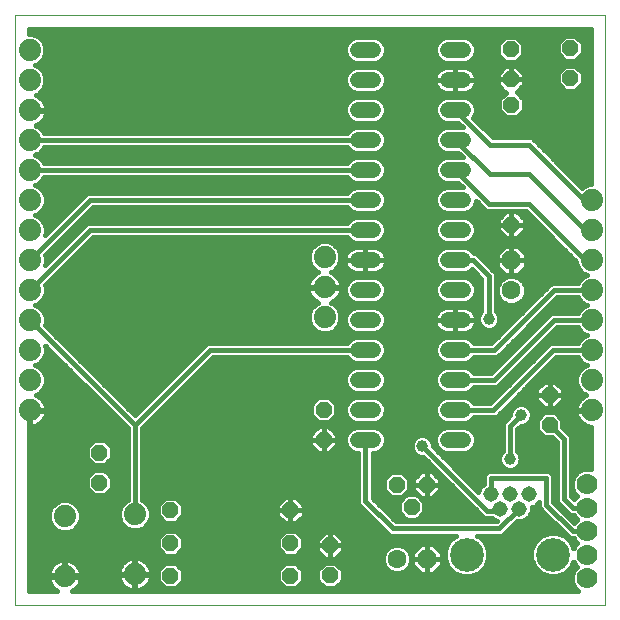
<source format=gbl>
G75*
%MOIN*%
%OFA0B0*%
%FSLAX25Y25*%
%IPPOS*%
%LPD*%
%AMOC8*
5,1,8,0,0,1.08239X$1,22.5*
%
%ADD10C,0.00000*%
%ADD11OC8,0.05200*%
%ADD12OC8,0.06300*%
%ADD13C,0.06300*%
%ADD14C,0.07400*%
%ADD15C,0.05200*%
%ADD16C,0.07000*%
%ADD17C,0.05150*%
%ADD18C,0.11220*%
%ADD19C,0.01600*%
%ADD20C,0.03962*%
D10*
X0011643Y0011643D02*
X0011643Y0208493D01*
X0208493Y0208493D01*
X0208493Y0011643D01*
X0011643Y0011643D01*
D11*
X0039831Y0052509D03*
X0039831Y0062509D03*
X0063493Y0043335D03*
X0063493Y0032312D03*
X0063493Y0021485D03*
X0103493Y0021485D03*
X0103493Y0032312D03*
X0103493Y0043335D03*
X0116721Y0031564D03*
X0116721Y0021564D03*
X0143887Y0044379D03*
X0148887Y0051879D03*
X0138887Y0051879D03*
X0114556Y0066839D03*
X0114556Y0076839D03*
X0177194Y0138493D03*
X0177194Y0178493D03*
X0176957Y0186918D03*
X0176957Y0196918D03*
X0196761Y0197351D03*
X0196761Y0187351D03*
X0189950Y0081761D03*
X0189950Y0071761D03*
D12*
X0149083Y0027076D03*
X0177194Y0126564D03*
D13*
X0177194Y0116564D03*
X0139083Y0027076D03*
D14*
X0204143Y0076643D03*
X0204143Y0086643D03*
X0204143Y0096643D03*
X0204143Y0106643D03*
X0204143Y0116643D03*
X0204143Y0126643D03*
X0204143Y0136643D03*
X0204143Y0146643D03*
X0114910Y0127627D03*
X0114910Y0117627D03*
X0114910Y0107627D03*
X0051643Y0041997D03*
X0051643Y0021997D03*
X0028257Y0021367D03*
X0028257Y0041367D03*
X0016643Y0076643D03*
X0016643Y0086643D03*
X0016643Y0096643D03*
X0016643Y0106643D03*
X0016643Y0116643D03*
X0016643Y0126643D03*
X0016643Y0136643D03*
X0016643Y0146643D03*
X0016564Y0156682D03*
X0016564Y0166682D03*
X0016564Y0176682D03*
X0016564Y0186682D03*
X0016564Y0196682D03*
D15*
X0125932Y0196721D02*
X0131132Y0196721D01*
X0131132Y0186721D02*
X0125932Y0186721D01*
X0125932Y0176721D02*
X0131132Y0176721D01*
X0131132Y0166721D02*
X0125932Y0166721D01*
X0125932Y0156721D02*
X0131132Y0156721D01*
X0131132Y0146721D02*
X0125932Y0146721D01*
X0125932Y0136721D02*
X0131132Y0136721D01*
X0131132Y0126721D02*
X0125932Y0126721D01*
X0125932Y0116721D02*
X0131132Y0116721D01*
X0131132Y0106721D02*
X0125932Y0106721D01*
X0125932Y0096721D02*
X0131132Y0096721D01*
X0131132Y0086721D02*
X0125932Y0086721D01*
X0125932Y0076721D02*
X0131132Y0076721D01*
X0131132Y0066721D02*
X0125932Y0066721D01*
X0155932Y0066721D02*
X0161132Y0066721D01*
X0161132Y0076721D02*
X0155932Y0076721D01*
X0155932Y0086721D02*
X0161132Y0086721D01*
X0161132Y0096721D02*
X0155932Y0096721D01*
X0155932Y0106721D02*
X0161132Y0106721D01*
X0161132Y0116721D02*
X0155932Y0116721D01*
X0155932Y0126721D02*
X0161132Y0126721D01*
X0161132Y0136721D02*
X0155932Y0136721D01*
X0155932Y0146721D02*
X0161132Y0146721D01*
X0161132Y0156721D02*
X0155932Y0156721D01*
X0155932Y0166721D02*
X0161132Y0166721D01*
X0161132Y0176721D02*
X0155932Y0176721D01*
X0155932Y0186721D02*
X0161132Y0186721D01*
X0161132Y0196721D02*
X0155932Y0196721D01*
D16*
X0202430Y0051957D03*
X0202430Y0044123D03*
X0202430Y0036288D03*
X0202430Y0028454D03*
X0202430Y0020619D03*
D17*
X0179792Y0043847D03*
X0176643Y0048572D03*
X0173493Y0043847D03*
X0170343Y0048572D03*
X0182942Y0048572D03*
D18*
X0191013Y0028493D03*
X0162272Y0028493D03*
D19*
X0157604Y0034022D02*
X0120486Y0034022D01*
X0121121Y0033386D02*
X0118544Y0035964D01*
X0116721Y0035964D01*
X0114899Y0035964D01*
X0112321Y0033386D01*
X0112321Y0031564D01*
X0116721Y0031564D01*
X0116721Y0031564D01*
X0116721Y0035964D01*
X0116721Y0031564D01*
X0116721Y0031564D01*
X0112321Y0031564D01*
X0112321Y0029741D01*
X0114899Y0027164D01*
X0116721Y0027164D01*
X0116721Y0031564D01*
X0116721Y0031564D01*
X0121121Y0031564D01*
X0121121Y0033386D01*
X0121121Y0032423D02*
X0156096Y0032423D01*
X0156160Y0032577D02*
X0155062Y0029927D01*
X0155062Y0027059D01*
X0156160Y0024409D01*
X0158188Y0022380D01*
X0160838Y0021283D01*
X0163707Y0021283D01*
X0166357Y0022380D01*
X0168385Y0024409D01*
X0169483Y0027059D01*
X0169483Y0029927D01*
X0168385Y0032577D01*
X0166357Y0034605D01*
X0165807Y0034833D01*
X0173655Y0034833D01*
X0174537Y0035198D01*
X0179011Y0039672D01*
X0180623Y0039672D01*
X0182157Y0040308D01*
X0183331Y0041482D01*
X0183967Y0043017D01*
X0183967Y0044305D01*
X0184621Y0044517D01*
X0185235Y0044830D01*
X0185792Y0045235D01*
X0186279Y0045722D01*
X0186408Y0045900D01*
X0186408Y0044630D01*
X0186773Y0043748D01*
X0187448Y0043072D01*
X0195592Y0034929D01*
X0196267Y0034254D01*
X0197149Y0033888D01*
X0197904Y0033888D01*
X0198106Y0033399D01*
X0199135Y0032371D01*
X0198106Y0031342D01*
X0197871Y0030775D01*
X0197125Y0032577D01*
X0195097Y0034605D01*
X0192447Y0035703D01*
X0189578Y0035703D01*
X0186928Y0034605D01*
X0184900Y0032577D01*
X0183802Y0029927D01*
X0183802Y0027059D01*
X0184900Y0024409D01*
X0186928Y0022380D01*
X0189578Y0021283D01*
X0192447Y0021283D01*
X0195097Y0022380D01*
X0197125Y0024409D01*
X0197855Y0026171D01*
X0198106Y0025565D01*
X0199135Y0024536D01*
X0198106Y0023508D01*
X0197330Y0021633D01*
X0197330Y0019604D01*
X0198106Y0017730D01*
X0199394Y0016443D01*
X0030707Y0016443D01*
X0031139Y0016663D01*
X0031840Y0017172D01*
X0032452Y0017784D01*
X0032961Y0018484D01*
X0033354Y0019256D01*
X0033621Y0020079D01*
X0033757Y0020934D01*
X0033757Y0021167D01*
X0028457Y0021167D01*
X0028457Y0021567D01*
X0033757Y0021567D01*
X0033757Y0021800D01*
X0033621Y0022655D01*
X0033354Y0023478D01*
X0032961Y0024250D01*
X0032452Y0024950D01*
X0031840Y0025562D01*
X0031139Y0026071D01*
X0030368Y0026464D01*
X0029545Y0026731D01*
X0028690Y0026867D01*
X0028457Y0026867D01*
X0028457Y0021567D01*
X0028057Y0021567D01*
X0028057Y0026867D01*
X0027824Y0026867D01*
X0026969Y0026731D01*
X0026145Y0026464D01*
X0025374Y0026071D01*
X0024674Y0025562D01*
X0024062Y0024950D01*
X0023553Y0024250D01*
X0023160Y0023478D01*
X0022892Y0022655D01*
X0022757Y0021800D01*
X0022757Y0021567D01*
X0028057Y0021567D01*
X0028057Y0021167D01*
X0022757Y0021167D01*
X0022757Y0020934D01*
X0022892Y0020079D01*
X0023160Y0019256D01*
X0023553Y0018484D01*
X0024062Y0017784D01*
X0024674Y0017172D01*
X0025374Y0016663D01*
X0025807Y0016443D01*
X0016443Y0016443D01*
X0016443Y0076442D01*
X0016843Y0076442D01*
X0016843Y0076843D01*
X0022143Y0076843D01*
X0022143Y0077075D01*
X0022007Y0077930D01*
X0021740Y0078754D01*
X0021347Y0079525D01*
X0020838Y0080226D01*
X0020226Y0080838D01*
X0019525Y0081347D01*
X0018754Y0081740D01*
X0018699Y0081757D01*
X0019645Y0082149D01*
X0021136Y0083640D01*
X0021943Y0085588D01*
X0021943Y0087697D01*
X0021136Y0089645D01*
X0019645Y0091136D01*
X0018421Y0091643D01*
X0019645Y0092149D01*
X0021136Y0093640D01*
X0021943Y0095588D01*
X0021943Y0097697D01*
X0021765Y0098126D01*
X0049243Y0070648D01*
X0049243Y0046739D01*
X0048640Y0046490D01*
X0047149Y0044999D01*
X0046343Y0043051D01*
X0046343Y0040943D01*
X0047149Y0038995D01*
X0048640Y0037504D01*
X0050588Y0036697D01*
X0052697Y0036697D01*
X0054645Y0037504D01*
X0056136Y0038995D01*
X0056943Y0040943D01*
X0056943Y0043051D01*
X0056136Y0044999D01*
X0054645Y0046490D01*
X0054043Y0046739D01*
X0054043Y0070648D01*
X0077715Y0094321D01*
X0122393Y0094321D01*
X0123553Y0093161D01*
X0125097Y0092521D01*
X0131968Y0092521D01*
X0133511Y0093161D01*
X0134693Y0094342D01*
X0135332Y0095886D01*
X0135332Y0097557D01*
X0134693Y0099100D01*
X0133511Y0100282D01*
X0131968Y0100921D01*
X0125097Y0100921D01*
X0123553Y0100282D01*
X0122393Y0099121D01*
X0076244Y0099121D01*
X0075362Y0098756D01*
X0074687Y0098081D01*
X0051643Y0075037D01*
X0021693Y0104986D01*
X0021943Y0105588D01*
X0021943Y0107697D01*
X0021136Y0109645D01*
X0019645Y0111136D01*
X0018421Y0111643D01*
X0019645Y0112149D01*
X0021136Y0113640D01*
X0021943Y0115588D01*
X0021943Y0117697D01*
X0021693Y0118299D01*
X0037715Y0134321D01*
X0122393Y0134321D01*
X0123553Y0133161D01*
X0125097Y0132521D01*
X0131968Y0132521D01*
X0133511Y0133161D01*
X0134693Y0134342D01*
X0135332Y0135886D01*
X0135332Y0137557D01*
X0134693Y0139100D01*
X0133511Y0140282D01*
X0131968Y0140921D01*
X0125097Y0140921D01*
X0123553Y0140282D01*
X0122393Y0139121D01*
X0036244Y0139121D01*
X0035362Y0138756D01*
X0034687Y0138081D01*
X0021765Y0125159D01*
X0021943Y0125588D01*
X0021943Y0127697D01*
X0021693Y0128299D01*
X0037715Y0144321D01*
X0122393Y0144321D01*
X0123553Y0143161D01*
X0125097Y0142521D01*
X0131968Y0142521D01*
X0133511Y0143161D01*
X0134693Y0144342D01*
X0135332Y0145886D01*
X0135332Y0147557D01*
X0134693Y0149100D01*
X0133511Y0150282D01*
X0131968Y0150921D01*
X0125097Y0150921D01*
X0123553Y0150282D01*
X0122393Y0149121D01*
X0036244Y0149121D01*
X0035362Y0148756D01*
X0034687Y0148081D01*
X0021765Y0135159D01*
X0021943Y0135588D01*
X0021943Y0137697D01*
X0021136Y0139645D01*
X0019645Y0141136D01*
X0018421Y0141643D01*
X0019645Y0142149D01*
X0021136Y0143640D01*
X0021943Y0145588D01*
X0021943Y0147697D01*
X0021136Y0149645D01*
X0019645Y0151136D01*
X0018334Y0151679D01*
X0019566Y0152189D01*
X0021057Y0153680D01*
X0021323Y0154321D01*
X0122393Y0154321D01*
X0123553Y0153161D01*
X0125097Y0152521D01*
X0131968Y0152521D01*
X0133511Y0153161D01*
X0134693Y0154342D01*
X0135332Y0155886D01*
X0135332Y0157557D01*
X0134693Y0159100D01*
X0133511Y0160282D01*
X0131968Y0160921D01*
X0125097Y0160921D01*
X0123553Y0160282D01*
X0122393Y0159121D01*
X0021290Y0159121D01*
X0021057Y0159684D01*
X0019566Y0161175D01*
X0018342Y0161682D01*
X0019566Y0162189D01*
X0021057Y0163680D01*
X0021323Y0164321D01*
X0122393Y0164321D01*
X0123553Y0163161D01*
X0125097Y0162521D01*
X0131968Y0162521D01*
X0133511Y0163161D01*
X0134693Y0164342D01*
X0135332Y0165886D01*
X0135332Y0167557D01*
X0134693Y0169100D01*
X0133511Y0170282D01*
X0131968Y0170921D01*
X0125097Y0170921D01*
X0123553Y0170282D01*
X0122393Y0169121D01*
X0021290Y0169121D01*
X0021057Y0169684D01*
X0019566Y0171175D01*
X0018620Y0171567D01*
X0018675Y0171585D01*
X0019446Y0171978D01*
X0020147Y0172487D01*
X0020759Y0173099D01*
X0021268Y0173799D01*
X0021661Y0174571D01*
X0021928Y0175394D01*
X0022064Y0176249D01*
X0022064Y0176482D01*
X0016764Y0176482D01*
X0016764Y0176882D01*
X0022064Y0176882D01*
X0022064Y0177115D01*
X0021928Y0177970D01*
X0021661Y0178793D01*
X0021268Y0179565D01*
X0020759Y0180265D01*
X0020147Y0180877D01*
X0019446Y0181386D01*
X0018675Y0181779D01*
X0018620Y0181797D01*
X0019566Y0182189D01*
X0021057Y0183680D01*
X0021864Y0185628D01*
X0021864Y0187736D01*
X0021057Y0189684D01*
X0019566Y0191175D01*
X0018342Y0191682D01*
X0019566Y0192189D01*
X0021057Y0193680D01*
X0021864Y0195628D01*
X0021864Y0197736D01*
X0021057Y0199684D01*
X0019566Y0201175D01*
X0017618Y0201982D01*
X0016443Y0201982D01*
X0016443Y0203693D01*
X0203693Y0203693D01*
X0203693Y0151943D01*
X0203088Y0151943D01*
X0201140Y0151136D01*
X0200743Y0150739D01*
X0184262Y0167220D01*
X0183380Y0167586D01*
X0171062Y0167586D01*
X0164499Y0174148D01*
X0164693Y0174342D01*
X0165332Y0175886D01*
X0165332Y0177557D01*
X0164693Y0179100D01*
X0163511Y0180282D01*
X0161968Y0180921D01*
X0155097Y0180921D01*
X0153553Y0180282D01*
X0152372Y0179100D01*
X0151732Y0177557D01*
X0151732Y0175886D01*
X0152372Y0174342D01*
X0153553Y0173161D01*
X0155097Y0172521D01*
X0159338Y0172521D01*
X0160938Y0170921D01*
X0155097Y0170921D01*
X0153553Y0170282D01*
X0152372Y0169100D01*
X0151732Y0167557D01*
X0151732Y0165886D01*
X0152372Y0164342D01*
X0153553Y0163161D01*
X0155097Y0162521D01*
X0159338Y0162521D01*
X0160938Y0160921D01*
X0155097Y0160921D01*
X0153553Y0160282D01*
X0152372Y0159100D01*
X0151732Y0157557D01*
X0151732Y0155886D01*
X0152372Y0154342D01*
X0153553Y0153161D01*
X0155097Y0152521D01*
X0159338Y0152521D01*
X0160938Y0150921D01*
X0155097Y0150921D01*
X0153553Y0150282D01*
X0152372Y0149100D01*
X0151732Y0147557D01*
X0151732Y0145886D01*
X0152372Y0144342D01*
X0153553Y0143161D01*
X0155097Y0142521D01*
X0161968Y0142521D01*
X0163511Y0143161D01*
X0164693Y0144342D01*
X0165332Y0145886D01*
X0165332Y0146527D01*
X0167718Y0144141D01*
X0168393Y0143466D01*
X0169275Y0143101D01*
X0181908Y0143101D01*
X0198843Y0126167D01*
X0198843Y0125588D01*
X0199649Y0123640D01*
X0201140Y0122149D01*
X0202364Y0121643D01*
X0201140Y0121136D01*
X0199649Y0119645D01*
X0199400Y0119043D01*
X0190968Y0119043D01*
X0190086Y0118677D01*
X0170530Y0099121D01*
X0164672Y0099121D01*
X0163511Y0100282D01*
X0161968Y0100921D01*
X0155097Y0100921D01*
X0153553Y0100282D01*
X0152372Y0099100D01*
X0151732Y0097557D01*
X0151732Y0095886D01*
X0152372Y0094342D01*
X0153553Y0093161D01*
X0155097Y0092521D01*
X0161968Y0092521D01*
X0163511Y0093161D01*
X0164672Y0094321D01*
X0172002Y0094321D01*
X0172884Y0094687D01*
X0173559Y0095362D01*
X0192440Y0114243D01*
X0199400Y0114243D01*
X0199649Y0113640D01*
X0201140Y0112149D01*
X0202364Y0111643D01*
X0201140Y0111136D01*
X0199649Y0109645D01*
X0199400Y0109043D01*
X0190811Y0109043D01*
X0189929Y0108677D01*
X0170373Y0089121D01*
X0164672Y0089121D01*
X0163511Y0090282D01*
X0161968Y0090921D01*
X0155097Y0090921D01*
X0153553Y0090282D01*
X0152372Y0089100D01*
X0151732Y0087557D01*
X0151732Y0085886D01*
X0152372Y0084342D01*
X0153553Y0083161D01*
X0155097Y0082521D01*
X0161968Y0082521D01*
X0163511Y0083161D01*
X0164672Y0084321D01*
X0171844Y0084321D01*
X0172726Y0084687D01*
X0192282Y0104243D01*
X0199400Y0104243D01*
X0199649Y0103640D01*
X0201140Y0102149D01*
X0202364Y0101643D01*
X0201140Y0101136D01*
X0199649Y0099645D01*
X0199400Y0099043D01*
X0190653Y0099043D01*
X0189771Y0098677D01*
X0170215Y0079121D01*
X0164672Y0079121D01*
X0163511Y0080282D01*
X0161968Y0080921D01*
X0155097Y0080921D01*
X0153553Y0080282D01*
X0152372Y0079100D01*
X0151732Y0077557D01*
X0151732Y0075886D01*
X0152372Y0074342D01*
X0153553Y0073161D01*
X0155097Y0072521D01*
X0161968Y0072521D01*
X0163511Y0073161D01*
X0164672Y0074321D01*
X0171687Y0074321D01*
X0172569Y0074687D01*
X0173244Y0075362D01*
X0192125Y0094243D01*
X0199400Y0094243D01*
X0199649Y0093640D01*
X0201140Y0092149D01*
X0202364Y0091643D01*
X0201140Y0091136D01*
X0199649Y0089645D01*
X0198843Y0087697D01*
X0198843Y0085588D01*
X0199649Y0083640D01*
X0201140Y0082149D01*
X0202086Y0081757D01*
X0202031Y0081740D01*
X0201260Y0081347D01*
X0200560Y0080838D01*
X0199947Y0080226D01*
X0199438Y0079525D01*
X0199045Y0078754D01*
X0198778Y0077930D01*
X0198643Y0077075D01*
X0198643Y0076843D01*
X0203693Y0076843D01*
X0203693Y0076442D01*
X0198643Y0076442D01*
X0198643Y0076210D01*
X0198778Y0075355D01*
X0199045Y0074531D01*
X0199438Y0073760D01*
X0199947Y0073060D01*
X0200560Y0072447D01*
X0201260Y0071938D01*
X0202031Y0071545D01*
X0202855Y0071278D01*
X0203693Y0071145D01*
X0203693Y0056955D01*
X0203444Y0057057D01*
X0201415Y0057057D01*
X0199541Y0056281D01*
X0198106Y0054846D01*
X0197330Y0052972D01*
X0197330Y0050943D01*
X0198106Y0049069D01*
X0199135Y0048040D01*
X0198139Y0047044D01*
X0197113Y0048070D01*
X0197113Y0067474D01*
X0196748Y0068356D01*
X0194150Y0070955D01*
X0194150Y0073500D01*
X0191689Y0075961D01*
X0188210Y0075961D01*
X0185750Y0073500D01*
X0185750Y0070021D01*
X0188210Y0067561D01*
X0190755Y0067561D01*
X0192313Y0066003D01*
X0192313Y0046598D01*
X0192679Y0045716D01*
X0193354Y0045041D01*
X0196307Y0042088D01*
X0197189Y0041723D01*
X0197904Y0041723D01*
X0198106Y0041234D01*
X0199135Y0040205D01*
X0198119Y0039190D01*
X0191208Y0046101D01*
X0191208Y0054443D01*
X0190842Y0055325D01*
X0190167Y0056000D01*
X0189285Y0056365D01*
X0169866Y0056365D01*
X0168984Y0056000D01*
X0168309Y0055325D01*
X0167943Y0054443D01*
X0167943Y0052076D01*
X0166804Y0050936D01*
X0166193Y0049462D01*
X0151050Y0064605D01*
X0151050Y0065504D01*
X0150505Y0066821D01*
X0149498Y0067828D01*
X0148182Y0068373D01*
X0146757Y0068373D01*
X0145441Y0067828D01*
X0144433Y0066821D01*
X0143888Y0065504D01*
X0143888Y0064080D01*
X0144433Y0062764D01*
X0145441Y0061756D01*
X0146757Y0061211D01*
X0147656Y0061211D01*
X0167088Y0041779D01*
X0167763Y0041104D01*
X0168645Y0040739D01*
X0170698Y0040739D01*
X0171128Y0040308D01*
X0172352Y0039801D01*
X0172184Y0039633D01*
X0138621Y0039633D01*
X0130932Y0047322D01*
X0130932Y0062521D01*
X0131968Y0062521D01*
X0133511Y0063161D01*
X0134693Y0064342D01*
X0135332Y0065886D01*
X0135332Y0067557D01*
X0134693Y0069100D01*
X0133511Y0070282D01*
X0131968Y0070921D01*
X0125097Y0070921D01*
X0123553Y0070282D01*
X0122372Y0069100D01*
X0121732Y0067557D01*
X0121732Y0065886D01*
X0122372Y0064342D01*
X0123553Y0063161D01*
X0125097Y0062521D01*
X0126132Y0062521D01*
X0126132Y0045850D01*
X0126498Y0044968D01*
X0135592Y0035874D01*
X0136267Y0035198D01*
X0137149Y0034833D01*
X0158738Y0034833D01*
X0158188Y0034605D01*
X0156160Y0032577D01*
X0155434Y0030825D02*
X0152335Y0030825D01*
X0151134Y0032026D02*
X0149084Y0032026D01*
X0149084Y0027076D01*
X0154033Y0027076D01*
X0154033Y0029126D01*
X0151134Y0032026D01*
X0149083Y0032026D02*
X0147033Y0032026D01*
X0144133Y0029126D01*
X0144133Y0027076D01*
X0149083Y0027076D01*
X0149083Y0027076D01*
X0149083Y0032026D01*
X0149083Y0030825D02*
X0149084Y0030825D01*
X0149083Y0029226D02*
X0149084Y0029226D01*
X0149083Y0027628D02*
X0149084Y0027628D01*
X0149084Y0027076D02*
X0149083Y0027076D01*
X0144133Y0027076D01*
X0144133Y0025025D01*
X0147033Y0022126D01*
X0149083Y0022126D01*
X0149083Y0027075D01*
X0149084Y0027075D01*
X0149084Y0027076D02*
X0149084Y0027076D01*
X0154033Y0027076D01*
X0154033Y0025025D01*
X0151134Y0022126D01*
X0149084Y0022126D01*
X0149084Y0027075D01*
X0149083Y0026029D02*
X0149084Y0026029D01*
X0149083Y0024431D02*
X0149084Y0024431D01*
X0149083Y0022832D02*
X0149084Y0022832D01*
X0151840Y0022832D02*
X0157736Y0022832D01*
X0156151Y0024431D02*
X0153439Y0024431D01*
X0154033Y0026029D02*
X0155489Y0026029D01*
X0155062Y0027628D02*
X0154033Y0027628D01*
X0153933Y0029226D02*
X0155062Y0029226D01*
X0146327Y0022832D02*
X0141251Y0022832D01*
X0141774Y0023049D02*
X0143110Y0024385D01*
X0143833Y0026131D01*
X0143833Y0028020D01*
X0143110Y0029766D01*
X0141774Y0031102D01*
X0140028Y0031826D01*
X0138139Y0031826D01*
X0136393Y0031102D01*
X0135057Y0029766D01*
X0134333Y0028020D01*
X0134333Y0026131D01*
X0135057Y0024385D01*
X0136393Y0023049D01*
X0138139Y0022326D01*
X0140028Y0022326D01*
X0141774Y0023049D01*
X0143129Y0024431D02*
X0144728Y0024431D01*
X0144133Y0026029D02*
X0143791Y0026029D01*
X0143833Y0027628D02*
X0144133Y0027628D01*
X0144234Y0029226D02*
X0143334Y0029226D01*
X0142052Y0030825D02*
X0145832Y0030825D01*
X0137627Y0037233D02*
X0173178Y0037233D01*
X0179792Y0043847D01*
X0183967Y0043613D02*
X0186908Y0043613D01*
X0186408Y0045211D02*
X0185759Y0045211D01*
X0188808Y0045107D02*
X0188808Y0053965D01*
X0170343Y0053965D01*
X0170343Y0048572D01*
X0167473Y0051605D02*
X0164050Y0051605D01*
X0165649Y0050007D02*
X0166419Y0050007D01*
X0167943Y0053204D02*
X0162452Y0053204D01*
X0160853Y0054802D02*
X0168092Y0054802D01*
X0173607Y0058334D02*
X0173061Y0059651D01*
X0173061Y0061075D01*
X0173607Y0062392D01*
X0174243Y0063027D01*
X0174243Y0071805D01*
X0174608Y0072687D01*
X0175283Y0073362D01*
X0175283Y0073362D01*
X0176861Y0074940D01*
X0176861Y0075839D01*
X0177406Y0077155D01*
X0178413Y0078163D01*
X0179729Y0078708D01*
X0181154Y0078708D01*
X0182470Y0078163D01*
X0183478Y0077155D01*
X0184023Y0075839D01*
X0184023Y0074414D01*
X0183478Y0073098D01*
X0182470Y0072091D01*
X0181154Y0071546D01*
X0180255Y0071546D01*
X0179043Y0070333D01*
X0179043Y0063027D01*
X0179678Y0062392D01*
X0180224Y0061075D01*
X0180224Y0059651D01*
X0179678Y0058334D01*
X0178671Y0057327D01*
X0177355Y0056782D01*
X0175930Y0056782D01*
X0174614Y0057327D01*
X0173607Y0058334D01*
X0173942Y0057999D02*
X0157656Y0057999D01*
X0159255Y0056401D02*
X0192313Y0056401D01*
X0192313Y0057999D02*
X0179343Y0057999D01*
X0180202Y0059598D02*
X0192313Y0059598D01*
X0192313Y0061196D02*
X0180173Y0061196D01*
X0179275Y0062795D02*
X0192313Y0062795D01*
X0192313Y0064393D02*
X0179043Y0064393D01*
X0179043Y0065992D02*
X0192313Y0065992D01*
X0194713Y0066997D02*
X0189950Y0071761D01*
X0194150Y0072386D02*
X0200644Y0072386D01*
X0199324Y0073984D02*
X0193665Y0073984D01*
X0192067Y0075583D02*
X0198742Y0075583D01*
X0198659Y0077181D02*
X0183451Y0077181D01*
X0184023Y0075583D02*
X0187832Y0075583D01*
X0188127Y0077361D02*
X0185550Y0079938D01*
X0185550Y0081761D01*
X0189949Y0081761D01*
X0189949Y0081761D01*
X0189950Y0081761D02*
X0189950Y0086161D01*
X0189950Y0081761D01*
X0189950Y0081761D01*
X0194350Y0081761D01*
X0194350Y0083583D01*
X0191772Y0086161D01*
X0189950Y0086161D01*
X0188127Y0086161D01*
X0185550Y0083583D01*
X0185550Y0081761D01*
X0189949Y0081761D01*
X0189950Y0081760D02*
X0189950Y0081760D01*
X0189950Y0077361D01*
X0191772Y0077361D01*
X0194350Y0079938D01*
X0194350Y0081761D01*
X0189950Y0081761D01*
X0189950Y0081761D01*
X0189950Y0081760D02*
X0189950Y0077361D01*
X0188127Y0077361D01*
X0186708Y0078780D02*
X0176662Y0078780D01*
X0177432Y0077181D02*
X0175064Y0077181D01*
X0173465Y0075583D02*
X0176861Y0075583D01*
X0175905Y0073984D02*
X0164335Y0073984D01*
X0163511Y0070282D02*
X0161968Y0070921D01*
X0155097Y0070921D01*
X0153553Y0070282D01*
X0152372Y0069100D01*
X0151732Y0067557D01*
X0151732Y0065886D01*
X0152372Y0064342D01*
X0153553Y0063161D01*
X0155097Y0062521D01*
X0161968Y0062521D01*
X0163511Y0063161D01*
X0164693Y0064342D01*
X0165332Y0065886D01*
X0165332Y0067557D01*
X0164693Y0069100D01*
X0163511Y0070282D01*
X0162291Y0070787D02*
X0174243Y0070787D01*
X0174243Y0069189D02*
X0164604Y0069189D01*
X0165318Y0067590D02*
X0174243Y0067590D01*
X0174243Y0065992D02*
X0165332Y0065992D01*
X0164714Y0064393D02*
X0174243Y0064393D01*
X0174010Y0062795D02*
X0162628Y0062795D01*
X0156058Y0059598D02*
X0173083Y0059598D01*
X0173112Y0061196D02*
X0154459Y0061196D01*
X0154436Y0062795D02*
X0152861Y0062795D01*
X0152350Y0064393D02*
X0151262Y0064393D01*
X0150848Y0065992D02*
X0151732Y0065992D01*
X0151746Y0067590D02*
X0149735Y0067590D01*
X0152460Y0069189D02*
X0134604Y0069189D01*
X0135318Y0067590D02*
X0145203Y0067590D01*
X0144090Y0065992D02*
X0135332Y0065992D01*
X0134714Y0064393D02*
X0143888Y0064393D01*
X0144420Y0062795D02*
X0132628Y0062795D01*
X0130932Y0061196D02*
X0147671Y0061196D01*
X0149269Y0059598D02*
X0130932Y0059598D01*
X0130932Y0057999D02*
X0150868Y0057999D01*
X0150709Y0056279D02*
X0148887Y0056279D01*
X0148887Y0051879D01*
X0153287Y0051879D01*
X0153287Y0053701D01*
X0150709Y0056279D01*
X0152466Y0056401D02*
X0130932Y0056401D01*
X0130932Y0054802D02*
X0135871Y0054802D01*
X0134687Y0053618D02*
X0137147Y0056079D01*
X0140626Y0056079D01*
X0143087Y0053618D01*
X0143087Y0050139D01*
X0140626Y0047679D01*
X0137147Y0047679D01*
X0134687Y0050139D01*
X0134687Y0053618D01*
X0134687Y0053204D02*
X0130932Y0053204D01*
X0130932Y0051605D02*
X0134687Y0051605D01*
X0134819Y0050007D02*
X0130932Y0050007D01*
X0130932Y0048408D02*
X0136417Y0048408D01*
X0139687Y0046118D02*
X0139687Y0042639D01*
X0142147Y0040179D01*
X0145626Y0040179D01*
X0148087Y0042639D01*
X0148087Y0046118D01*
X0145626Y0048579D01*
X0142147Y0048579D01*
X0139687Y0046118D01*
X0139687Y0045211D02*
X0133043Y0045211D01*
X0134641Y0043613D02*
X0139687Y0043613D01*
X0140311Y0042014D02*
X0136240Y0042014D01*
X0137838Y0040416D02*
X0141910Y0040416D01*
X0145863Y0040416D02*
X0171020Y0040416D01*
X0169123Y0043139D02*
X0173060Y0043139D01*
X0173493Y0043847D01*
X0169123Y0043139D02*
X0147469Y0064792D01*
X0147064Y0056279D02*
X0144487Y0053701D01*
X0144487Y0051879D01*
X0148886Y0051879D01*
X0148886Y0051879D01*
X0148887Y0051879D02*
X0148887Y0056279D01*
X0147064Y0056279D01*
X0145588Y0054802D02*
X0141903Y0054802D01*
X0143087Y0053204D02*
X0144487Y0053204D01*
X0144487Y0051879D02*
X0144487Y0050056D01*
X0147064Y0047479D01*
X0148887Y0047479D01*
X0150709Y0047479D01*
X0153287Y0050056D01*
X0153287Y0051879D01*
X0148887Y0051879D01*
X0148887Y0051879D01*
X0148887Y0051879D01*
X0148887Y0047479D01*
X0148887Y0051879D01*
X0148887Y0051879D01*
X0148886Y0051879D02*
X0144487Y0051879D01*
X0144487Y0051605D02*
X0143087Y0051605D01*
X0142954Y0050007D02*
X0144536Y0050007D01*
X0145797Y0048408D02*
X0146135Y0048408D01*
X0147395Y0046810D02*
X0162058Y0046810D01*
X0163656Y0045211D02*
X0148087Y0045211D01*
X0148087Y0043613D02*
X0165255Y0043613D01*
X0166853Y0042014D02*
X0147462Y0042014D01*
X0148887Y0048408D02*
X0148887Y0048408D01*
X0148887Y0050007D02*
X0148887Y0050007D01*
X0148887Y0051605D02*
X0148887Y0051605D01*
X0148887Y0053204D02*
X0148887Y0053204D01*
X0148887Y0054802D02*
X0148887Y0054802D01*
X0152186Y0054802D02*
X0154065Y0054802D01*
X0153287Y0053204D02*
X0155663Y0053204D01*
X0157262Y0051605D02*
X0153287Y0051605D01*
X0153237Y0050007D02*
X0158861Y0050007D01*
X0160459Y0048408D02*
X0151639Y0048408D01*
X0141976Y0048408D02*
X0141356Y0048408D01*
X0140378Y0046810D02*
X0131444Y0046810D01*
X0128532Y0046328D02*
X0137627Y0037233D01*
X0135846Y0035620D02*
X0118887Y0035620D01*
X0116721Y0035620D02*
X0116721Y0035620D01*
X0116721Y0034022D02*
X0116721Y0034022D01*
X0116721Y0032423D02*
X0116721Y0032423D01*
X0116721Y0031564D02*
X0116721Y0031564D01*
X0116721Y0027164D01*
X0118544Y0027164D01*
X0121121Y0029741D01*
X0121121Y0031564D01*
X0116721Y0031564D01*
X0116721Y0030825D02*
X0116721Y0030825D01*
X0116721Y0029226D02*
X0116721Y0029226D01*
X0116721Y0027628D02*
X0116721Y0027628D01*
X0114435Y0027628D02*
X0016443Y0027628D01*
X0016443Y0029226D02*
X0060639Y0029226D01*
X0061753Y0028112D02*
X0059293Y0030572D01*
X0059293Y0034052D01*
X0061753Y0036512D01*
X0065233Y0036512D01*
X0067693Y0034052D01*
X0067693Y0030572D01*
X0065233Y0028112D01*
X0061753Y0028112D01*
X0059293Y0030825D02*
X0016443Y0030825D01*
X0016443Y0032423D02*
X0059293Y0032423D01*
X0059293Y0034022D02*
X0016443Y0034022D01*
X0016443Y0035620D02*
X0060862Y0035620D01*
X0061753Y0039135D02*
X0065233Y0039135D01*
X0067693Y0041596D01*
X0067693Y0045075D01*
X0065233Y0047535D01*
X0061753Y0047535D01*
X0059293Y0045075D01*
X0059293Y0041596D01*
X0061753Y0039135D01*
X0060473Y0040416D02*
X0056724Y0040416D01*
X0056943Y0042014D02*
X0059293Y0042014D01*
X0059293Y0043613D02*
X0056710Y0043613D01*
X0055923Y0045211D02*
X0059429Y0045211D01*
X0061028Y0046810D02*
X0054043Y0046810D01*
X0054043Y0048408D02*
X0126132Y0048408D01*
X0126132Y0046810D02*
X0106241Y0046810D01*
X0105315Y0047735D02*
X0103493Y0047735D01*
X0103493Y0043336D01*
X0103493Y0043336D01*
X0103493Y0047735D01*
X0101670Y0047735D01*
X0099093Y0045158D01*
X0099093Y0043335D01*
X0099093Y0041513D01*
X0101670Y0038935D01*
X0103493Y0038935D01*
X0105315Y0038935D01*
X0107893Y0041513D01*
X0107893Y0043335D01*
X0103493Y0043335D01*
X0103493Y0038935D01*
X0103493Y0043335D01*
X0103493Y0043335D01*
X0103493Y0043335D01*
X0099093Y0043335D01*
X0103493Y0043335D01*
X0103493Y0043335D01*
X0107893Y0043335D01*
X0107893Y0045158D01*
X0105315Y0047735D01*
X0103493Y0046810D02*
X0103493Y0046810D01*
X0103493Y0045211D02*
X0103493Y0045211D01*
X0103493Y0043613D02*
X0103493Y0043613D01*
X0103493Y0042014D02*
X0103493Y0042014D01*
X0103493Y0040416D02*
X0103493Y0040416D01*
X0106796Y0040416D02*
X0131050Y0040416D01*
X0129451Y0042014D02*
X0107893Y0042014D01*
X0107893Y0043613D02*
X0127853Y0043613D01*
X0126397Y0045211D02*
X0107840Y0045211D01*
X0100745Y0046810D02*
X0065958Y0046810D01*
X0067557Y0045211D02*
X0099146Y0045211D01*
X0099093Y0043613D02*
X0067693Y0043613D01*
X0067693Y0042014D02*
X0099093Y0042014D01*
X0100190Y0040416D02*
X0066513Y0040416D01*
X0066124Y0035620D02*
X0100862Y0035620D01*
X0101753Y0036512D02*
X0099293Y0034052D01*
X0099293Y0030572D01*
X0101753Y0028112D01*
X0105233Y0028112D01*
X0107693Y0030572D01*
X0107693Y0034052D01*
X0105233Y0036512D01*
X0101753Y0036512D01*
X0099293Y0034022D02*
X0067693Y0034022D01*
X0067693Y0032423D02*
X0099293Y0032423D01*
X0099293Y0030825D02*
X0067693Y0030825D01*
X0066347Y0029226D02*
X0100639Y0029226D01*
X0101753Y0025685D02*
X0099293Y0023225D01*
X0099293Y0019745D01*
X0101753Y0017285D01*
X0105233Y0017285D01*
X0107693Y0019745D01*
X0107693Y0023225D01*
X0105233Y0025685D01*
X0101753Y0025685D01*
X0100499Y0024431D02*
X0066487Y0024431D01*
X0067693Y0023225D02*
X0065233Y0025685D01*
X0061753Y0025685D01*
X0059293Y0023225D01*
X0059293Y0019745D01*
X0061753Y0017285D01*
X0065233Y0017285D01*
X0067693Y0019745D01*
X0067693Y0023225D01*
X0067693Y0022832D02*
X0099293Y0022832D01*
X0099293Y0021234D02*
X0067693Y0021234D01*
X0067583Y0019635D02*
X0099403Y0019635D01*
X0101002Y0018037D02*
X0065984Y0018037D01*
X0061002Y0018037D02*
X0055460Y0018037D01*
X0055226Y0017802D02*
X0055838Y0018414D01*
X0056347Y0019114D01*
X0056740Y0019886D01*
X0057007Y0020709D01*
X0057143Y0021564D01*
X0057142Y0021797D01*
X0051843Y0021797D01*
X0051843Y0022197D01*
X0057143Y0022197D01*
X0057143Y0022430D01*
X0057007Y0023285D01*
X0056740Y0024108D01*
X0056347Y0024879D01*
X0055838Y0025580D01*
X0055226Y0026192D01*
X0054525Y0026701D01*
X0053754Y0027094D01*
X0052930Y0027361D01*
X0052075Y0027497D01*
X0051843Y0027497D01*
X0051843Y0022197D01*
X0051442Y0022197D01*
X0051442Y0021797D01*
X0046143Y0021797D01*
X0046143Y0021564D01*
X0046278Y0020709D01*
X0046545Y0019886D01*
X0046938Y0019114D01*
X0047447Y0018414D01*
X0048060Y0017802D01*
X0048760Y0017293D01*
X0049531Y0016900D01*
X0050355Y0016632D01*
X0051210Y0016497D01*
X0051442Y0016497D01*
X0051442Y0021797D01*
X0051843Y0021797D01*
X0051843Y0016497D01*
X0052075Y0016497D01*
X0052930Y0016632D01*
X0053754Y0016900D01*
X0054525Y0017293D01*
X0055226Y0017802D01*
X0056612Y0019635D02*
X0059403Y0019635D01*
X0059293Y0021234D02*
X0057090Y0021234D01*
X0057079Y0022832D02*
X0059293Y0022832D01*
X0060499Y0024431D02*
X0056575Y0024431D01*
X0055388Y0026029D02*
X0134376Y0026029D01*
X0134333Y0027628D02*
X0119008Y0027628D01*
X0118461Y0025764D02*
X0114982Y0025764D01*
X0112521Y0023303D01*
X0112521Y0019824D01*
X0114982Y0017364D01*
X0118461Y0017364D01*
X0120921Y0019824D01*
X0120921Y0023303D01*
X0118461Y0025764D01*
X0119794Y0024431D02*
X0135038Y0024431D01*
X0136916Y0022832D02*
X0120921Y0022832D01*
X0120921Y0021234D02*
X0197330Y0021234D01*
X0197330Y0019635D02*
X0120732Y0019635D01*
X0119134Y0018037D02*
X0197979Y0018037D01*
X0197826Y0022832D02*
X0195549Y0022832D01*
X0197134Y0024431D02*
X0199029Y0024431D01*
X0197914Y0026029D02*
X0197796Y0026029D01*
X0197851Y0030825D02*
X0197892Y0030825D01*
X0197189Y0032423D02*
X0199082Y0032423D01*
X0196827Y0034022D02*
X0195681Y0034022D01*
X0194901Y0035620D02*
X0192647Y0035620D01*
X0193302Y0037219D02*
X0176558Y0037219D01*
X0178156Y0038817D02*
X0191704Y0038817D01*
X0190105Y0040416D02*
X0182265Y0040416D01*
X0183552Y0042014D02*
X0188507Y0042014D01*
X0188808Y0045107D02*
X0197627Y0036288D01*
X0202430Y0036288D01*
X0198925Y0040416D02*
X0196893Y0040416D01*
X0196485Y0042014D02*
X0195295Y0042014D01*
X0194782Y0043613D02*
X0193696Y0043613D01*
X0193184Y0045211D02*
X0192098Y0045211D01*
X0192313Y0046810D02*
X0191208Y0046810D01*
X0191208Y0048408D02*
X0192313Y0048408D01*
X0192313Y0050007D02*
X0191208Y0050007D01*
X0191208Y0051605D02*
X0192313Y0051605D01*
X0192313Y0053204D02*
X0191208Y0053204D01*
X0191059Y0054802D02*
X0192313Y0054802D01*
X0197113Y0054802D02*
X0198088Y0054802D01*
X0197426Y0053204D02*
X0197113Y0053204D01*
X0197113Y0051605D02*
X0197330Y0051605D01*
X0197113Y0050007D02*
X0197718Y0050007D01*
X0197113Y0048408D02*
X0198767Y0048408D01*
X0194713Y0047076D02*
X0197666Y0044123D01*
X0202430Y0044123D01*
X0194713Y0047076D02*
X0194713Y0066997D01*
X0197065Y0067590D02*
X0203693Y0067590D01*
X0203693Y0065992D02*
X0197113Y0065992D01*
X0197113Y0064393D02*
X0203693Y0064393D01*
X0203693Y0062795D02*
X0197113Y0062795D01*
X0197113Y0061196D02*
X0203693Y0061196D01*
X0203693Y0059598D02*
X0197113Y0059598D01*
X0197113Y0057999D02*
X0203693Y0057999D01*
X0199830Y0056401D02*
X0197113Y0056401D01*
X0188180Y0067590D02*
X0179043Y0067590D01*
X0179043Y0069189D02*
X0186582Y0069189D01*
X0185750Y0070787D02*
X0179496Y0070787D01*
X0182765Y0072386D02*
X0185750Y0072386D01*
X0186234Y0073984D02*
X0183845Y0073984D01*
X0180442Y0075127D02*
X0176643Y0071328D01*
X0176643Y0060363D01*
X0174483Y0072386D02*
X0055780Y0072386D01*
X0054182Y0070787D02*
X0112281Y0070787D01*
X0112733Y0071239D02*
X0110156Y0068662D01*
X0110156Y0066839D01*
X0110156Y0065017D01*
X0112733Y0062439D01*
X0114556Y0062439D01*
X0116378Y0062439D01*
X0118956Y0065017D01*
X0118956Y0066839D01*
X0114556Y0066839D01*
X0114556Y0062439D01*
X0114556Y0066839D01*
X0114556Y0066839D01*
X0114556Y0066839D01*
X0110156Y0066839D01*
X0114556Y0066839D01*
X0114556Y0066839D01*
X0118956Y0066839D01*
X0118956Y0068662D01*
X0116378Y0071239D01*
X0114556Y0071239D01*
X0114556Y0066839D01*
X0114556Y0066839D01*
X0114556Y0071239D01*
X0112733Y0071239D01*
X0112816Y0072639D02*
X0116296Y0072639D01*
X0118756Y0075100D01*
X0118756Y0078579D01*
X0116296Y0081039D01*
X0112816Y0081039D01*
X0110356Y0078579D01*
X0110356Y0075100D01*
X0112816Y0072639D01*
X0111471Y0073984D02*
X0057379Y0073984D01*
X0058977Y0075583D02*
X0110356Y0075583D01*
X0110356Y0077181D02*
X0060576Y0077181D01*
X0062174Y0078780D02*
X0110557Y0078780D01*
X0112155Y0080379D02*
X0063773Y0080379D01*
X0065371Y0081977D02*
X0173071Y0081977D01*
X0171473Y0080379D02*
X0163278Y0080379D01*
X0163926Y0083576D02*
X0174670Y0083576D01*
X0173214Y0085174D02*
X0176268Y0085174D01*
X0174812Y0086773D02*
X0177867Y0086773D01*
X0176411Y0088371D02*
X0179465Y0088371D01*
X0178009Y0089970D02*
X0181064Y0089970D01*
X0179608Y0091568D02*
X0182662Y0091568D01*
X0181206Y0093167D02*
X0184261Y0093167D01*
X0182805Y0094765D02*
X0185859Y0094765D01*
X0184403Y0096364D02*
X0187458Y0096364D01*
X0186002Y0097962D02*
X0189056Y0097962D01*
X0187600Y0099561D02*
X0199615Y0099561D01*
X0201197Y0101159D02*
X0189199Y0101159D01*
X0190797Y0102758D02*
X0200532Y0102758D01*
X0204143Y0106643D02*
X0191288Y0106643D01*
X0171367Y0086721D01*
X0158532Y0086721D01*
X0153241Y0089970D02*
X0133824Y0089970D01*
X0133511Y0090282D02*
X0131968Y0090921D01*
X0125097Y0090921D01*
X0123553Y0090282D01*
X0122372Y0089100D01*
X0121732Y0087557D01*
X0121732Y0085886D01*
X0122372Y0084342D01*
X0123553Y0083161D01*
X0125097Y0082521D01*
X0131968Y0082521D01*
X0133511Y0083161D01*
X0134693Y0084342D01*
X0135332Y0085886D01*
X0135332Y0087557D01*
X0134693Y0089100D01*
X0133511Y0090282D01*
X0134995Y0088371D02*
X0152070Y0088371D01*
X0151732Y0086773D02*
X0135332Y0086773D01*
X0135037Y0085174D02*
X0152027Y0085174D01*
X0153138Y0083576D02*
X0133926Y0083576D01*
X0133278Y0080379D02*
X0153787Y0080379D01*
X0152239Y0078780D02*
X0134826Y0078780D01*
X0134693Y0079100D02*
X0133511Y0080282D01*
X0131968Y0080921D01*
X0125097Y0080921D01*
X0123553Y0080282D01*
X0122372Y0079100D01*
X0121732Y0077557D01*
X0121732Y0075886D01*
X0122372Y0074342D01*
X0123553Y0073161D01*
X0125097Y0072521D01*
X0131968Y0072521D01*
X0133511Y0073161D01*
X0134693Y0074342D01*
X0135332Y0075886D01*
X0135332Y0077557D01*
X0134693Y0079100D01*
X0135332Y0077181D02*
X0151732Y0077181D01*
X0151858Y0075583D02*
X0135207Y0075583D01*
X0134335Y0073984D02*
X0152729Y0073984D01*
X0154774Y0070787D02*
X0132291Y0070787D01*
X0128532Y0066721D02*
X0128532Y0046328D01*
X0126132Y0050007D02*
X0054043Y0050007D01*
X0054043Y0051605D02*
X0126132Y0051605D01*
X0126132Y0053204D02*
X0054043Y0053204D01*
X0054043Y0054802D02*
X0126132Y0054802D01*
X0126132Y0056401D02*
X0054043Y0056401D01*
X0054043Y0057999D02*
X0126132Y0057999D01*
X0126132Y0059598D02*
X0054043Y0059598D01*
X0054043Y0061196D02*
X0126132Y0061196D01*
X0124436Y0062795D02*
X0116734Y0062795D01*
X0114556Y0062795D02*
X0114556Y0062795D01*
X0114556Y0064393D02*
X0114556Y0064393D01*
X0114556Y0065992D02*
X0114556Y0065992D01*
X0114556Y0067590D02*
X0114556Y0067590D01*
X0114556Y0069189D02*
X0114556Y0069189D01*
X0114556Y0070787D02*
X0114556Y0070787D01*
X0116830Y0070787D02*
X0124774Y0070787D01*
X0122460Y0069189D02*
X0118429Y0069189D01*
X0118956Y0067590D02*
X0121746Y0067590D01*
X0121732Y0065992D02*
X0118956Y0065992D01*
X0118332Y0064393D02*
X0122350Y0064393D01*
X0122729Y0073984D02*
X0117641Y0073984D01*
X0118756Y0075583D02*
X0121858Y0075583D01*
X0121732Y0077181D02*
X0118756Y0077181D01*
X0118555Y0078780D02*
X0122239Y0078780D01*
X0123787Y0080379D02*
X0116956Y0080379D01*
X0122027Y0085174D02*
X0068568Y0085174D01*
X0066970Y0083576D02*
X0123138Y0083576D01*
X0121732Y0086773D02*
X0070167Y0086773D01*
X0071765Y0088371D02*
X0122070Y0088371D01*
X0123241Y0089970D02*
X0073364Y0089970D01*
X0074962Y0091568D02*
X0172820Y0091568D01*
X0174418Y0093167D02*
X0163517Y0093167D01*
X0163824Y0089970D02*
X0171221Y0089970D01*
X0172962Y0094765D02*
X0176017Y0094765D01*
X0174561Y0096364D02*
X0177615Y0096364D01*
X0176159Y0097962D02*
X0179214Y0097962D01*
X0177758Y0099561D02*
X0180812Y0099561D01*
X0179356Y0101159D02*
X0182411Y0101159D01*
X0180955Y0102758D02*
X0184009Y0102758D01*
X0182553Y0104356D02*
X0185608Y0104356D01*
X0184152Y0105955D02*
X0187206Y0105955D01*
X0185750Y0107553D02*
X0188805Y0107553D01*
X0187349Y0109152D02*
X0199445Y0109152D01*
X0200755Y0110750D02*
X0188947Y0110750D01*
X0190546Y0112349D02*
X0200941Y0112349D01*
X0199522Y0113947D02*
X0192144Y0113947D01*
X0191446Y0116643D02*
X0171524Y0096721D01*
X0158532Y0096721D01*
X0153547Y0093167D02*
X0133517Y0093167D01*
X0134868Y0094765D02*
X0152196Y0094765D01*
X0151732Y0096364D02*
X0135332Y0096364D01*
X0135164Y0097962D02*
X0151900Y0097962D01*
X0152832Y0099561D02*
X0134233Y0099561D01*
X0132538Y0102758D02*
X0154019Y0102758D01*
X0154243Y0102644D02*
X0154902Y0102430D01*
X0155586Y0102321D01*
X0158532Y0102321D01*
X0158532Y0106721D01*
X0158532Y0106721D01*
X0151532Y0106721D01*
X0151532Y0106375D01*
X0151641Y0105691D01*
X0151855Y0105032D01*
X0152169Y0104415D01*
X0152576Y0103855D01*
X0153066Y0103365D01*
X0153626Y0102958D01*
X0154243Y0102644D01*
X0152212Y0104356D02*
X0134699Y0104356D01*
X0134693Y0104342D02*
X0135332Y0105886D01*
X0135332Y0107557D01*
X0134693Y0109100D01*
X0133511Y0110282D01*
X0131968Y0110921D01*
X0125097Y0110921D01*
X0123553Y0110282D01*
X0122372Y0109100D01*
X0121732Y0107557D01*
X0121732Y0105886D01*
X0122372Y0104342D01*
X0123553Y0103161D01*
X0125097Y0102521D01*
X0131968Y0102521D01*
X0133511Y0103161D01*
X0134693Y0104342D01*
X0135332Y0105955D02*
X0151599Y0105955D01*
X0151532Y0106721D02*
X0158532Y0106721D01*
X0158532Y0106721D01*
X0158532Y0102321D01*
X0161479Y0102321D01*
X0162163Y0102430D01*
X0162821Y0102644D01*
X0163438Y0102958D01*
X0163999Y0103365D01*
X0164488Y0103855D01*
X0164895Y0104415D01*
X0165210Y0105032D01*
X0165424Y0105691D01*
X0165532Y0106375D01*
X0165532Y0106721D01*
X0158532Y0106721D01*
X0158532Y0111121D01*
X0155586Y0111121D01*
X0154902Y0111013D01*
X0154243Y0110799D01*
X0153626Y0110484D01*
X0153066Y0110077D01*
X0152576Y0109588D01*
X0152169Y0109027D01*
X0151855Y0108410D01*
X0151641Y0107752D01*
X0151532Y0107068D01*
X0151532Y0106721D01*
X0151609Y0107553D02*
X0135332Y0107553D01*
X0134642Y0109152D02*
X0152259Y0109152D01*
X0154148Y0110750D02*
X0132381Y0110750D01*
X0131968Y0112521D02*
X0133511Y0113161D01*
X0134693Y0114342D01*
X0135332Y0115886D01*
X0135332Y0117557D01*
X0134693Y0119100D01*
X0133511Y0120282D01*
X0131968Y0120921D01*
X0125097Y0120921D01*
X0123553Y0120282D01*
X0122372Y0119100D01*
X0121732Y0117557D01*
X0121732Y0115886D01*
X0122372Y0114342D01*
X0123553Y0113161D01*
X0125097Y0112521D01*
X0131968Y0112521D01*
X0134298Y0113947D02*
X0152767Y0113947D01*
X0152372Y0114342D02*
X0153553Y0113161D01*
X0155097Y0112521D01*
X0161968Y0112521D01*
X0163511Y0113161D01*
X0164693Y0114342D01*
X0165332Y0115886D01*
X0165332Y0117557D01*
X0164693Y0119100D01*
X0163511Y0120282D01*
X0161968Y0120921D01*
X0155097Y0120921D01*
X0153553Y0120282D01*
X0152372Y0119100D01*
X0151732Y0117557D01*
X0151732Y0115886D01*
X0152372Y0114342D01*
X0151873Y0115546D02*
X0135191Y0115546D01*
X0135332Y0117144D02*
X0151732Y0117144D01*
X0152224Y0118743D02*
X0134841Y0118743D01*
X0133368Y0120341D02*
X0153697Y0120341D01*
X0155097Y0122521D02*
X0153553Y0123161D01*
X0152372Y0124342D01*
X0151732Y0125886D01*
X0151732Y0127557D01*
X0152372Y0129100D01*
X0153553Y0130282D01*
X0155097Y0130921D01*
X0161968Y0130921D01*
X0163511Y0130282D01*
X0164672Y0129121D01*
X0164758Y0129121D01*
X0165640Y0128756D01*
X0166315Y0128081D01*
X0171650Y0122746D01*
X0172015Y0121864D01*
X0172015Y0109779D01*
X0172651Y0109143D01*
X0173196Y0107827D01*
X0173196Y0106403D01*
X0172651Y0105086D01*
X0171643Y0104079D01*
X0170327Y0103534D01*
X0168903Y0103534D01*
X0167586Y0104079D01*
X0166579Y0105086D01*
X0166034Y0106403D01*
X0166034Y0107827D01*
X0166579Y0109143D01*
X0167215Y0109779D01*
X0167215Y0120392D01*
X0163979Y0123628D01*
X0163511Y0123161D01*
X0161968Y0122521D01*
X0155097Y0122521D01*
X0153176Y0123538D02*
X0134172Y0123538D01*
X0133999Y0123365D02*
X0134488Y0123855D01*
X0134895Y0124415D01*
X0135210Y0125032D01*
X0135424Y0125691D01*
X0135532Y0126375D01*
X0135532Y0126721D01*
X0128532Y0126721D01*
X0128532Y0126721D01*
X0128532Y0122321D01*
X0125586Y0122321D01*
X0124902Y0122430D01*
X0124243Y0122644D01*
X0123626Y0122958D01*
X0123066Y0123365D01*
X0122576Y0123855D01*
X0122169Y0124415D01*
X0121855Y0125032D01*
X0121641Y0125691D01*
X0121532Y0126375D01*
X0121532Y0126721D01*
X0128532Y0126721D01*
X0128532Y0126721D01*
X0121532Y0126721D01*
X0121532Y0127068D01*
X0121641Y0127752D01*
X0121855Y0128410D01*
X0122169Y0129027D01*
X0122576Y0129588D01*
X0123066Y0130077D01*
X0123626Y0130484D01*
X0124243Y0130799D01*
X0124902Y0131013D01*
X0125586Y0131121D01*
X0128532Y0131121D01*
X0128532Y0126721D01*
X0128532Y0122321D01*
X0131479Y0122321D01*
X0132163Y0122430D01*
X0132821Y0122644D01*
X0133438Y0122958D01*
X0133999Y0123365D01*
X0135244Y0125137D02*
X0152043Y0125137D01*
X0151732Y0126735D02*
X0135532Y0126735D01*
X0135532Y0126721D02*
X0135532Y0127068D01*
X0135424Y0127752D01*
X0135210Y0128410D01*
X0134895Y0129027D01*
X0134488Y0129588D01*
X0133999Y0130077D01*
X0133438Y0130484D01*
X0132821Y0130799D01*
X0132163Y0131013D01*
X0131479Y0131121D01*
X0128532Y0131121D01*
X0128532Y0126721D01*
X0128532Y0126721D01*
X0128532Y0126721D01*
X0135532Y0126721D01*
X0135235Y0128334D02*
X0152054Y0128334D01*
X0153204Y0129932D02*
X0134144Y0129932D01*
X0133436Y0133129D02*
X0153629Y0133129D01*
X0153553Y0133161D02*
X0155097Y0132521D01*
X0161968Y0132521D01*
X0163511Y0133161D01*
X0164693Y0134342D01*
X0165332Y0135886D01*
X0165332Y0137557D01*
X0164693Y0139100D01*
X0163511Y0140282D01*
X0161968Y0140921D01*
X0155097Y0140921D01*
X0153553Y0140282D01*
X0152372Y0139100D01*
X0151732Y0137557D01*
X0151732Y0135886D01*
X0152372Y0134342D01*
X0153553Y0133161D01*
X0152212Y0134728D02*
X0134853Y0134728D01*
X0135332Y0136326D02*
X0151732Y0136326D01*
X0151885Y0137925D02*
X0135180Y0137925D01*
X0134270Y0139523D02*
X0152795Y0139523D01*
X0154616Y0142720D02*
X0132449Y0142720D01*
X0134670Y0144319D02*
X0152395Y0144319D01*
X0151732Y0145917D02*
X0135332Y0145917D01*
X0135332Y0147516D02*
X0151732Y0147516D01*
X0152386Y0149114D02*
X0134679Y0149114D01*
X0132470Y0150713D02*
X0154594Y0150713D01*
X0152804Y0153910D02*
X0134261Y0153910D01*
X0135176Y0155509D02*
X0151889Y0155509D01*
X0151732Y0157107D02*
X0135332Y0157107D01*
X0134856Y0158706D02*
X0152208Y0158706D01*
X0153607Y0160304D02*
X0133458Y0160304D01*
X0133852Y0163501D02*
X0153213Y0163501D01*
X0152058Y0165100D02*
X0135007Y0165100D01*
X0135332Y0166698D02*
X0151732Y0166698D01*
X0152039Y0168297D02*
X0135026Y0168297D01*
X0133898Y0169895D02*
X0153166Y0169895D01*
X0153719Y0173092D02*
X0133346Y0173092D01*
X0133511Y0173161D02*
X0134693Y0174342D01*
X0135332Y0175886D01*
X0135332Y0177557D01*
X0134693Y0179100D01*
X0133511Y0180282D01*
X0131968Y0180921D01*
X0125097Y0180921D01*
X0123553Y0180282D01*
X0122372Y0179100D01*
X0121732Y0177557D01*
X0121732Y0175886D01*
X0122372Y0174342D01*
X0123553Y0173161D01*
X0125097Y0172521D01*
X0131968Y0172521D01*
X0133511Y0173161D01*
X0134837Y0174691D02*
X0152227Y0174691D01*
X0151732Y0176289D02*
X0135332Y0176289D01*
X0135195Y0177888D02*
X0151869Y0177888D01*
X0152758Y0179486D02*
X0134307Y0179486D01*
X0132359Y0182683D02*
X0154166Y0182683D01*
X0154243Y0182644D02*
X0154902Y0182430D01*
X0155586Y0182321D01*
X0158532Y0182321D01*
X0158532Y0186721D01*
X0158532Y0186721D01*
X0151532Y0186721D01*
X0151532Y0186375D01*
X0151641Y0185691D01*
X0151855Y0185032D01*
X0152169Y0184415D01*
X0152576Y0183855D01*
X0153066Y0183365D01*
X0153626Y0182958D01*
X0154243Y0182644D01*
X0152266Y0184282D02*
X0134632Y0184282D01*
X0134693Y0184342D02*
X0135332Y0185886D01*
X0135332Y0187557D01*
X0134693Y0189100D01*
X0133511Y0190282D01*
X0131968Y0190921D01*
X0125097Y0190921D01*
X0123553Y0190282D01*
X0122372Y0189100D01*
X0121732Y0187557D01*
X0121732Y0185886D01*
X0122372Y0184342D01*
X0123553Y0183161D01*
X0125097Y0182521D01*
X0131968Y0182521D01*
X0133511Y0183161D01*
X0134693Y0184342D01*
X0135330Y0185880D02*
X0151611Y0185880D01*
X0151532Y0186721D02*
X0158532Y0186721D01*
X0158532Y0186721D01*
X0158532Y0182321D01*
X0161479Y0182321D01*
X0162163Y0182430D01*
X0162821Y0182644D01*
X0163438Y0182958D01*
X0163999Y0183365D01*
X0164488Y0183855D01*
X0164895Y0184415D01*
X0165210Y0185032D01*
X0165424Y0185691D01*
X0165532Y0186375D01*
X0165532Y0186721D01*
X0158532Y0186721D01*
X0158532Y0191121D01*
X0155586Y0191121D01*
X0154902Y0191013D01*
X0154243Y0190799D01*
X0153626Y0190484D01*
X0153066Y0190077D01*
X0152576Y0189588D01*
X0152169Y0189027D01*
X0151855Y0188410D01*
X0151641Y0187752D01*
X0151532Y0187068D01*
X0151532Y0186721D01*
X0151597Y0187479D02*
X0135332Y0187479D01*
X0134702Y0189077D02*
X0152205Y0189077D01*
X0154002Y0190676D02*
X0132560Y0190676D01*
X0131968Y0192521D02*
X0133511Y0193161D01*
X0134693Y0194342D01*
X0135332Y0195886D01*
X0135332Y0197557D01*
X0134693Y0199100D01*
X0133511Y0200282D01*
X0131968Y0200921D01*
X0125097Y0200921D01*
X0123553Y0200282D01*
X0122372Y0199100D01*
X0121732Y0197557D01*
X0121732Y0195886D01*
X0122372Y0194342D01*
X0123553Y0193161D01*
X0125097Y0192521D01*
X0131968Y0192521D01*
X0134224Y0193873D02*
X0152841Y0193873D01*
X0152372Y0194342D02*
X0153553Y0193161D01*
X0155097Y0192521D01*
X0161968Y0192521D01*
X0163511Y0193161D01*
X0164693Y0194342D01*
X0165332Y0195886D01*
X0165332Y0197557D01*
X0164693Y0199100D01*
X0163511Y0200282D01*
X0161968Y0200921D01*
X0155097Y0200921D01*
X0153553Y0200282D01*
X0152372Y0199100D01*
X0151732Y0197557D01*
X0151732Y0195886D01*
X0152372Y0194342D01*
X0151904Y0195471D02*
X0135161Y0195471D01*
X0135332Y0197070D02*
X0151732Y0197070D01*
X0152193Y0198668D02*
X0134872Y0198668D01*
X0133526Y0200267D02*
X0153538Y0200267D01*
X0163526Y0200267D02*
X0174367Y0200267D01*
X0175218Y0201118D02*
X0172757Y0198658D01*
X0172757Y0195178D01*
X0175218Y0192718D01*
X0178697Y0192718D01*
X0181157Y0195178D01*
X0181157Y0198658D01*
X0178697Y0201118D01*
X0175218Y0201118D01*
X0172768Y0198668D02*
X0164872Y0198668D01*
X0165332Y0197070D02*
X0172757Y0197070D01*
X0172757Y0195471D02*
X0165161Y0195471D01*
X0164224Y0193873D02*
X0174063Y0193873D01*
X0175135Y0191318D02*
X0172557Y0188741D01*
X0172557Y0186918D01*
X0172557Y0185096D01*
X0175135Y0182518D01*
X0175279Y0182518D01*
X0172994Y0180233D01*
X0172994Y0176753D01*
X0175454Y0174293D01*
X0178933Y0174293D01*
X0181394Y0176753D01*
X0181394Y0180233D01*
X0178944Y0182682D01*
X0181357Y0185096D01*
X0181357Y0186918D01*
X0176958Y0186918D01*
X0176958Y0186918D01*
X0181357Y0186918D01*
X0181357Y0188741D01*
X0178780Y0191318D01*
X0176958Y0191318D01*
X0176958Y0186918D01*
X0176957Y0186918D01*
X0172557Y0186918D01*
X0176957Y0186918D01*
X0176957Y0186918D01*
X0176957Y0191318D01*
X0175135Y0191318D01*
X0174493Y0190676D02*
X0163063Y0190676D01*
X0162821Y0190799D02*
X0162163Y0191013D01*
X0161479Y0191121D01*
X0158532Y0191121D01*
X0158532Y0186721D01*
X0158532Y0186721D01*
X0158532Y0186721D01*
X0165532Y0186721D01*
X0165532Y0187068D01*
X0165424Y0187752D01*
X0165210Y0188410D01*
X0164895Y0189027D01*
X0164488Y0189588D01*
X0163999Y0190077D01*
X0163438Y0190484D01*
X0162821Y0190799D01*
X0164859Y0189077D02*
X0172894Y0189077D01*
X0172557Y0187479D02*
X0165467Y0187479D01*
X0165454Y0185880D02*
X0172557Y0185880D01*
X0173371Y0184282D02*
X0164799Y0184282D01*
X0162899Y0182683D02*
X0174970Y0182683D01*
X0173846Y0181085D02*
X0019861Y0181085D01*
X0020060Y0182683D02*
X0124706Y0182683D01*
X0122432Y0184282D02*
X0021306Y0184282D01*
X0021864Y0185880D02*
X0121735Y0185880D01*
X0121732Y0187479D02*
X0021864Y0187479D01*
X0021308Y0189077D02*
X0122362Y0189077D01*
X0124504Y0190676D02*
X0020065Y0190676D01*
X0019652Y0192274D02*
X0203693Y0192274D01*
X0203693Y0190676D02*
X0199376Y0190676D01*
X0198500Y0191551D02*
X0200961Y0189091D01*
X0200961Y0185611D01*
X0198500Y0183151D01*
X0195021Y0183151D01*
X0192561Y0185611D01*
X0192561Y0189091D01*
X0195021Y0191551D01*
X0198500Y0191551D01*
X0198500Y0193151D02*
X0195021Y0193151D01*
X0192561Y0195611D01*
X0192561Y0199091D01*
X0195021Y0201551D01*
X0198500Y0201551D01*
X0200961Y0199091D01*
X0200961Y0195611D01*
X0198500Y0193151D01*
X0199222Y0193873D02*
X0203693Y0193873D01*
X0203693Y0195471D02*
X0200820Y0195471D01*
X0200961Y0197070D02*
X0203693Y0197070D01*
X0203693Y0198668D02*
X0200961Y0198668D01*
X0199785Y0200267D02*
X0203693Y0200267D01*
X0203693Y0201865D02*
X0017899Y0201865D01*
X0016443Y0203464D02*
X0203693Y0203464D01*
X0193737Y0200267D02*
X0179548Y0200267D01*
X0181147Y0198668D02*
X0192561Y0198668D01*
X0192561Y0197070D02*
X0181157Y0197070D01*
X0181157Y0195471D02*
X0192701Y0195471D01*
X0194299Y0193873D02*
X0179852Y0193873D01*
X0179422Y0190676D02*
X0194146Y0190676D01*
X0192561Y0189077D02*
X0181021Y0189077D01*
X0181357Y0187479D02*
X0192561Y0187479D01*
X0192561Y0185880D02*
X0181357Y0185880D01*
X0180544Y0184282D02*
X0193890Y0184282D01*
X0199631Y0184282D02*
X0203693Y0184282D01*
X0203693Y0185880D02*
X0200961Y0185880D01*
X0200961Y0187479D02*
X0203693Y0187479D01*
X0203693Y0189077D02*
X0200961Y0189077D01*
X0203693Y0182683D02*
X0178945Y0182683D01*
X0180542Y0181085D02*
X0203693Y0181085D01*
X0203693Y0179486D02*
X0181394Y0179486D01*
X0181394Y0177888D02*
X0203693Y0177888D01*
X0203693Y0176289D02*
X0180930Y0176289D01*
X0179331Y0174691D02*
X0203693Y0174691D01*
X0203693Y0173092D02*
X0165555Y0173092D01*
X0164837Y0174691D02*
X0175056Y0174691D01*
X0173458Y0176289D02*
X0165332Y0176289D01*
X0165195Y0177888D02*
X0172994Y0177888D01*
X0172994Y0179486D02*
X0164307Y0179486D01*
X0158532Y0176721D02*
X0170068Y0165186D01*
X0182902Y0165186D01*
X0201446Y0146643D01*
X0204143Y0146643D01*
X0203693Y0152312D02*
X0199171Y0152312D01*
X0197572Y0153910D02*
X0203693Y0153910D01*
X0203693Y0155509D02*
X0195974Y0155509D01*
X0194375Y0157107D02*
X0203693Y0157107D01*
X0203693Y0158706D02*
X0192777Y0158706D01*
X0191178Y0160304D02*
X0203693Y0160304D01*
X0203693Y0161903D02*
X0189580Y0161903D01*
X0187981Y0163501D02*
X0203693Y0163501D01*
X0203693Y0165100D02*
X0186383Y0165100D01*
X0184784Y0166698D02*
X0203693Y0166698D01*
X0203693Y0168297D02*
X0170351Y0168297D01*
X0168752Y0169895D02*
X0203693Y0169895D01*
X0203693Y0171494D02*
X0167154Y0171494D01*
X0160366Y0171494D02*
X0018797Y0171494D01*
X0020752Y0173092D02*
X0123719Y0173092D01*
X0122227Y0174691D02*
X0021700Y0174691D01*
X0022064Y0176289D02*
X0121732Y0176289D01*
X0121869Y0177888D02*
X0021941Y0177888D01*
X0021308Y0179486D02*
X0122758Y0179486D01*
X0123166Y0169895D02*
X0020846Y0169895D01*
X0016603Y0166721D02*
X0128532Y0166721D01*
X0123213Y0163501D02*
X0020878Y0163501D01*
X0018875Y0161903D02*
X0159957Y0161903D01*
X0158532Y0156721D02*
X0169753Y0145501D01*
X0182902Y0145501D01*
X0201761Y0126643D01*
X0204143Y0126643D01*
X0201646Y0121940D02*
X0179570Y0121940D01*
X0179244Y0121614D02*
X0182144Y0124513D01*
X0182144Y0126564D01*
X0182144Y0128614D01*
X0179244Y0131514D01*
X0177194Y0131514D01*
X0177194Y0126564D01*
X0182144Y0126564D01*
X0177194Y0126564D01*
X0177194Y0126564D01*
X0177194Y0126564D01*
X0177194Y0131514D01*
X0175143Y0131514D01*
X0172244Y0128614D01*
X0172244Y0126564D01*
X0177194Y0126564D01*
X0177194Y0121614D01*
X0179244Y0121614D01*
X0178139Y0121314D02*
X0179884Y0120591D01*
X0181221Y0119254D01*
X0181944Y0117509D01*
X0181944Y0115619D01*
X0181221Y0113873D01*
X0179884Y0112537D01*
X0178139Y0111814D01*
X0176249Y0111814D01*
X0174503Y0112537D01*
X0173167Y0113873D01*
X0172444Y0115619D01*
X0172444Y0117509D01*
X0173167Y0119254D01*
X0174503Y0120591D01*
X0176249Y0121314D01*
X0178139Y0121314D01*
X0177194Y0121614D02*
X0177194Y0126564D01*
X0177194Y0126564D01*
X0177194Y0126564D01*
X0172244Y0126564D01*
X0172244Y0124513D01*
X0175143Y0121614D01*
X0177194Y0121614D01*
X0177194Y0121940D02*
X0177194Y0121940D01*
X0177194Y0123538D02*
X0177194Y0123538D01*
X0177194Y0125137D02*
X0177194Y0125137D01*
X0177194Y0126735D02*
X0177194Y0126735D01*
X0177194Y0128334D02*
X0177194Y0128334D01*
X0177194Y0129932D02*
X0177194Y0129932D01*
X0180825Y0129932D02*
X0195077Y0129932D01*
X0196675Y0128334D02*
X0182144Y0128334D01*
X0182144Y0126735D02*
X0198274Y0126735D01*
X0199030Y0125137D02*
X0182144Y0125137D01*
X0181169Y0123538D02*
X0199751Y0123538D01*
X0200346Y0120341D02*
X0180134Y0120341D01*
X0181432Y0118743D02*
X0190245Y0118743D01*
X0188553Y0117144D02*
X0181944Y0117144D01*
X0181913Y0115546D02*
X0186955Y0115546D01*
X0185356Y0113947D02*
X0181251Y0113947D01*
X0179430Y0112349D02*
X0183758Y0112349D01*
X0182159Y0110750D02*
X0172015Y0110750D01*
X0172015Y0112349D02*
X0174957Y0112349D01*
X0173136Y0113947D02*
X0172015Y0113947D01*
X0172015Y0115546D02*
X0172474Y0115546D01*
X0172444Y0117144D02*
X0172015Y0117144D01*
X0172015Y0118743D02*
X0172955Y0118743D01*
X0172015Y0120341D02*
X0174254Y0120341D01*
X0174817Y0121940D02*
X0171984Y0121940D01*
X0170857Y0123538D02*
X0173219Y0123538D01*
X0172244Y0125137D02*
X0169259Y0125137D01*
X0167660Y0126735D02*
X0172244Y0126735D01*
X0172244Y0128334D02*
X0166062Y0128334D01*
X0164280Y0126721D02*
X0158532Y0126721D01*
X0164280Y0126721D02*
X0169615Y0121387D01*
X0169615Y0107115D01*
X0166219Y0105955D02*
X0165466Y0105955D01*
X0165532Y0106721D02*
X0165532Y0107068D01*
X0165424Y0107752D01*
X0165210Y0108410D01*
X0164895Y0109027D01*
X0164488Y0109588D01*
X0163999Y0110077D01*
X0163438Y0110484D01*
X0162821Y0110799D01*
X0162163Y0111013D01*
X0161479Y0111121D01*
X0158532Y0111121D01*
X0158532Y0106721D01*
X0158532Y0106721D01*
X0158532Y0106721D01*
X0165532Y0106721D01*
X0165455Y0107553D02*
X0166034Y0107553D01*
X0166587Y0109152D02*
X0164805Y0109152D01*
X0162917Y0110750D02*
X0167215Y0110750D01*
X0167215Y0112349D02*
X0117360Y0112349D01*
X0117021Y0112530D02*
X0117793Y0112923D01*
X0118493Y0113432D01*
X0119105Y0114044D01*
X0119614Y0114744D01*
X0120007Y0115516D01*
X0120275Y0116339D01*
X0120410Y0117194D01*
X0120410Y0117427D01*
X0115110Y0117427D01*
X0115110Y0117827D01*
X0120410Y0117827D01*
X0120410Y0118060D01*
X0120275Y0118915D01*
X0120007Y0119738D01*
X0119614Y0120509D01*
X0119105Y0121210D01*
X0118493Y0121822D01*
X0117793Y0122331D01*
X0117021Y0122724D01*
X0116966Y0122742D01*
X0117912Y0123134D01*
X0119403Y0124625D01*
X0120210Y0126573D01*
X0120210Y0128681D01*
X0119403Y0130629D01*
X0117912Y0132120D01*
X0115964Y0132927D01*
X0113856Y0132927D01*
X0111908Y0132120D01*
X0110417Y0130629D01*
X0109610Y0128681D01*
X0109610Y0126573D01*
X0110417Y0124625D01*
X0111908Y0123134D01*
X0112854Y0122742D01*
X0112799Y0122724D01*
X0112028Y0122331D01*
X0111327Y0121822D01*
X0110715Y0121210D01*
X0110206Y0120509D01*
X0109813Y0119738D01*
X0109546Y0118915D01*
X0109410Y0118060D01*
X0109410Y0117827D01*
X0114710Y0117827D01*
X0114710Y0117427D01*
X0109410Y0117427D01*
X0109410Y0117194D01*
X0109546Y0116339D01*
X0109813Y0115516D01*
X0110206Y0114744D01*
X0110715Y0114044D01*
X0111327Y0113432D01*
X0112028Y0112923D01*
X0112799Y0112530D01*
X0112854Y0112512D01*
X0111908Y0112120D01*
X0110417Y0110629D01*
X0109610Y0108681D01*
X0109610Y0106573D01*
X0110417Y0104625D01*
X0111908Y0103134D01*
X0113856Y0102327D01*
X0115964Y0102327D01*
X0117912Y0103134D01*
X0119403Y0104625D01*
X0120210Y0106573D01*
X0120210Y0108681D01*
X0119403Y0110629D01*
X0117912Y0112120D01*
X0116966Y0112512D01*
X0117021Y0112530D01*
X0119009Y0113947D02*
X0122767Y0113947D01*
X0121873Y0115546D02*
X0120017Y0115546D01*
X0120402Y0117144D02*
X0121732Y0117144D01*
X0122224Y0118743D02*
X0120302Y0118743D01*
X0119700Y0120341D02*
X0123697Y0120341D01*
X0122893Y0123538D02*
X0118317Y0123538D01*
X0118331Y0121940D02*
X0165668Y0121940D01*
X0167215Y0120341D02*
X0163368Y0120341D01*
X0164841Y0118743D02*
X0167215Y0118743D01*
X0167215Y0117144D02*
X0165332Y0117144D01*
X0165191Y0115546D02*
X0167215Y0115546D01*
X0167215Y0113947D02*
X0164298Y0113947D01*
X0158532Y0110750D02*
X0158532Y0110750D01*
X0158532Y0109152D02*
X0158532Y0109152D01*
X0158532Y0107553D02*
X0158532Y0107553D01*
X0158532Y0105955D02*
X0158532Y0105955D01*
X0158532Y0104356D02*
X0158532Y0104356D01*
X0158532Y0102758D02*
X0158532Y0102758D01*
X0163045Y0102758D02*
X0174167Y0102758D01*
X0175765Y0104356D02*
X0171921Y0104356D01*
X0173011Y0105955D02*
X0177364Y0105955D01*
X0178962Y0107553D02*
X0173196Y0107553D01*
X0172643Y0109152D02*
X0180561Y0109152D01*
X0172568Y0101159D02*
X0025520Y0101159D01*
X0027118Y0099561D02*
X0122832Y0099561D01*
X0124526Y0102758D02*
X0117005Y0102758D01*
X0119135Y0104356D02*
X0122366Y0104356D01*
X0121732Y0105955D02*
X0119954Y0105955D01*
X0120210Y0107553D02*
X0121732Y0107553D01*
X0122423Y0109152D02*
X0120015Y0109152D01*
X0119282Y0110750D02*
X0124684Y0110750D01*
X0112461Y0112349D02*
X0019844Y0112349D01*
X0020030Y0110750D02*
X0110538Y0110750D01*
X0109805Y0109152D02*
X0021340Y0109152D01*
X0021943Y0107553D02*
X0109610Y0107553D01*
X0109866Y0105955D02*
X0021943Y0105955D01*
X0022323Y0104356D02*
X0110685Y0104356D01*
X0112816Y0102758D02*
X0023921Y0102758D01*
X0021929Y0097962D02*
X0021833Y0097962D01*
X0021943Y0096364D02*
X0023527Y0096364D01*
X0025126Y0094765D02*
X0021602Y0094765D01*
X0020662Y0093167D02*
X0026724Y0093167D01*
X0028323Y0091568D02*
X0018601Y0091568D01*
X0020811Y0089970D02*
X0029921Y0089970D01*
X0031520Y0088371D02*
X0021663Y0088371D01*
X0021943Y0086773D02*
X0033118Y0086773D01*
X0034717Y0085174D02*
X0021771Y0085174D01*
X0021071Y0083576D02*
X0036315Y0083576D01*
X0037914Y0081977D02*
X0019229Y0081977D01*
X0020685Y0080379D02*
X0039512Y0080379D01*
X0041111Y0078780D02*
X0021726Y0078780D01*
X0022126Y0077181D02*
X0042709Y0077181D01*
X0044308Y0075583D02*
X0022043Y0075583D01*
X0022007Y0075355D02*
X0022143Y0076210D01*
X0022143Y0076442D01*
X0016843Y0076442D01*
X0016843Y0071143D01*
X0017075Y0071143D01*
X0017930Y0071278D01*
X0018754Y0071545D01*
X0019525Y0071938D01*
X0020226Y0072447D01*
X0020838Y0073060D01*
X0021347Y0073760D01*
X0021740Y0074531D01*
X0022007Y0075355D01*
X0021461Y0073984D02*
X0045906Y0073984D01*
X0047505Y0072386D02*
X0020141Y0072386D01*
X0016843Y0072386D02*
X0016443Y0072386D01*
X0016443Y0073984D02*
X0016843Y0073984D01*
X0016843Y0075583D02*
X0016443Y0075583D01*
X0016443Y0070787D02*
X0049103Y0070787D01*
X0049243Y0069189D02*
X0016443Y0069189D01*
X0016443Y0067590D02*
X0049243Y0067590D01*
X0049243Y0065992D02*
X0042288Y0065992D01*
X0041571Y0066709D02*
X0038092Y0066709D01*
X0035631Y0064248D01*
X0035631Y0060769D01*
X0038092Y0058309D01*
X0041571Y0058309D01*
X0044031Y0060769D01*
X0044031Y0064248D01*
X0041571Y0066709D01*
X0043886Y0064393D02*
X0049243Y0064393D01*
X0049243Y0062795D02*
X0044031Y0062795D01*
X0044031Y0061196D02*
X0049243Y0061196D01*
X0049243Y0059598D02*
X0042860Y0059598D01*
X0041571Y0056709D02*
X0038092Y0056709D01*
X0035631Y0054248D01*
X0035631Y0050769D01*
X0038092Y0048309D01*
X0041571Y0048309D01*
X0044031Y0050769D01*
X0044031Y0054248D01*
X0041571Y0056709D01*
X0041879Y0056401D02*
X0049243Y0056401D01*
X0049243Y0057999D02*
X0016443Y0057999D01*
X0016443Y0056401D02*
X0037784Y0056401D01*
X0036185Y0054802D02*
X0016443Y0054802D01*
X0016443Y0053204D02*
X0035631Y0053204D01*
X0035631Y0051605D02*
X0016443Y0051605D01*
X0016443Y0050007D02*
X0036394Y0050007D01*
X0037992Y0048408D02*
X0016443Y0048408D01*
X0016443Y0046810D02*
X0049243Y0046810D01*
X0049243Y0048408D02*
X0041671Y0048408D01*
X0043269Y0050007D02*
X0049243Y0050007D01*
X0049243Y0051605D02*
X0044031Y0051605D01*
X0044031Y0053204D02*
X0049243Y0053204D01*
X0049243Y0054802D02*
X0043478Y0054802D01*
X0036803Y0059598D02*
X0016443Y0059598D01*
X0016443Y0061196D02*
X0035631Y0061196D01*
X0035631Y0062795D02*
X0016443Y0062795D01*
X0016443Y0064393D02*
X0035777Y0064393D01*
X0037375Y0065992D02*
X0016443Y0065992D01*
X0025254Y0045860D02*
X0023764Y0044369D01*
X0022957Y0042421D01*
X0022957Y0040313D01*
X0023764Y0038365D01*
X0025254Y0036874D01*
X0027202Y0036067D01*
X0029311Y0036067D01*
X0031259Y0036874D01*
X0032750Y0038365D01*
X0033557Y0040313D01*
X0033557Y0042421D01*
X0032750Y0044369D01*
X0031259Y0045860D01*
X0029311Y0046667D01*
X0027202Y0046667D01*
X0025254Y0045860D01*
X0024606Y0045211D02*
X0016443Y0045211D01*
X0016443Y0043613D02*
X0023450Y0043613D01*
X0022957Y0042014D02*
X0016443Y0042014D01*
X0016443Y0040416D02*
X0022957Y0040416D01*
X0023576Y0038817D02*
X0016443Y0038817D01*
X0016443Y0037219D02*
X0024910Y0037219D01*
X0031604Y0037219D02*
X0049328Y0037219D01*
X0047327Y0038817D02*
X0032937Y0038817D01*
X0033557Y0040416D02*
X0046561Y0040416D01*
X0046343Y0042014D02*
X0033557Y0042014D01*
X0033063Y0043613D02*
X0046575Y0043613D01*
X0047362Y0045211D02*
X0031908Y0045211D01*
X0031197Y0026029D02*
X0047897Y0026029D01*
X0048060Y0026192D02*
X0047447Y0025580D01*
X0046938Y0024879D01*
X0046545Y0024108D01*
X0046278Y0023285D01*
X0046143Y0022430D01*
X0046143Y0022197D01*
X0051442Y0022197D01*
X0051442Y0027497D01*
X0051210Y0027497D01*
X0050355Y0027361D01*
X0049531Y0027094D01*
X0048760Y0026701D01*
X0048060Y0026192D01*
X0046710Y0024431D02*
X0032829Y0024431D01*
X0033564Y0022832D02*
X0046206Y0022832D01*
X0046195Y0021234D02*
X0028457Y0021234D01*
X0028057Y0021234D02*
X0016443Y0021234D01*
X0016443Y0022832D02*
X0022950Y0022832D01*
X0023684Y0024431D02*
X0016443Y0024431D01*
X0016443Y0026029D02*
X0025316Y0026029D01*
X0028057Y0026029D02*
X0028457Y0026029D01*
X0028457Y0024431D02*
X0028057Y0024431D01*
X0028057Y0022832D02*
X0028457Y0022832D01*
X0033477Y0019635D02*
X0046673Y0019635D01*
X0047825Y0018037D02*
X0032635Y0018037D01*
X0023878Y0018037D02*
X0016443Y0018037D01*
X0016443Y0019635D02*
X0023036Y0019635D01*
X0051442Y0019635D02*
X0051843Y0019635D01*
X0051843Y0018037D02*
X0051442Y0018037D01*
X0051442Y0021234D02*
X0051843Y0021234D01*
X0051843Y0022832D02*
X0051442Y0022832D01*
X0051442Y0024431D02*
X0051843Y0024431D01*
X0051843Y0026029D02*
X0051442Y0026029D01*
X0053957Y0037219D02*
X0134247Y0037219D01*
X0132649Y0038817D02*
X0055958Y0038817D01*
X0051643Y0041997D02*
X0051643Y0071643D01*
X0076721Y0096721D01*
X0128532Y0096721D01*
X0123547Y0093167D02*
X0076561Y0093167D01*
X0072970Y0096364D02*
X0030316Y0096364D01*
X0031914Y0094765D02*
X0071371Y0094765D01*
X0069772Y0093167D02*
X0033513Y0093167D01*
X0035111Y0091568D02*
X0068174Y0091568D01*
X0066575Y0089970D02*
X0036710Y0089970D01*
X0038308Y0088371D02*
X0064977Y0088371D01*
X0063378Y0086773D02*
X0039907Y0086773D01*
X0041505Y0085174D02*
X0061780Y0085174D01*
X0060181Y0083576D02*
X0043104Y0083576D01*
X0044702Y0081977D02*
X0058583Y0081977D01*
X0056984Y0080379D02*
X0046301Y0080379D01*
X0047899Y0078780D02*
X0055386Y0078780D01*
X0053787Y0077181D02*
X0049498Y0077181D01*
X0051096Y0075583D02*
X0052189Y0075583D01*
X0051643Y0071643D02*
X0016643Y0106643D01*
X0021263Y0113947D02*
X0110812Y0113947D01*
X0109803Y0115546D02*
X0021925Y0115546D01*
X0021943Y0117144D02*
X0109418Y0117144D01*
X0109518Y0118743D02*
X0022137Y0118743D01*
X0023735Y0120341D02*
X0110121Y0120341D01*
X0111489Y0121940D02*
X0025334Y0121940D01*
X0026932Y0123538D02*
X0111503Y0123538D01*
X0110205Y0125137D02*
X0028531Y0125137D01*
X0030129Y0126735D02*
X0109610Y0126735D01*
X0109610Y0128334D02*
X0031728Y0128334D01*
X0033326Y0129932D02*
X0110129Y0129932D01*
X0111319Y0131531D02*
X0034925Y0131531D01*
X0036523Y0133129D02*
X0123629Y0133129D01*
X0122921Y0129932D02*
X0119692Y0129932D01*
X0120210Y0128334D02*
X0121830Y0128334D01*
X0121532Y0126735D02*
X0120210Y0126735D01*
X0119616Y0125137D02*
X0121821Y0125137D01*
X0128532Y0125137D02*
X0128532Y0125137D01*
X0128532Y0126735D02*
X0128532Y0126735D01*
X0128532Y0128334D02*
X0128532Y0128334D01*
X0128532Y0129932D02*
X0128532Y0129932D01*
X0128532Y0123538D02*
X0128532Y0123538D01*
X0118501Y0131531D02*
X0193478Y0131531D01*
X0191880Y0133129D02*
X0163436Y0133129D01*
X0164853Y0134728D02*
X0174736Y0134728D01*
X0175371Y0134093D02*
X0172794Y0136670D01*
X0172794Y0138493D01*
X0177194Y0138493D01*
X0181594Y0138493D01*
X0181594Y0140315D01*
X0179016Y0142893D01*
X0177194Y0142893D01*
X0177194Y0138493D01*
X0177194Y0138493D01*
X0181594Y0138493D01*
X0181594Y0136670D01*
X0179016Y0134093D01*
X0177194Y0134093D01*
X0177194Y0138493D01*
X0177194Y0138493D01*
X0177194Y0138493D01*
X0177194Y0142893D01*
X0175371Y0142893D01*
X0172794Y0140315D01*
X0172794Y0138493D01*
X0177194Y0138493D01*
X0177194Y0134093D01*
X0175371Y0134093D01*
X0177194Y0134728D02*
X0177194Y0134728D01*
X0177194Y0136326D02*
X0177194Y0136326D01*
X0177194Y0137925D02*
X0177194Y0137925D01*
X0177194Y0138493D02*
X0177194Y0138493D01*
X0177194Y0139523D02*
X0177194Y0139523D01*
X0177194Y0141122D02*
X0177194Y0141122D01*
X0177194Y0142720D02*
X0177194Y0142720D01*
X0179189Y0142720D02*
X0182289Y0142720D01*
X0180787Y0141122D02*
X0183887Y0141122D01*
X0185486Y0139523D02*
X0181594Y0139523D01*
X0181594Y0137925D02*
X0187084Y0137925D01*
X0188683Y0136326D02*
X0181250Y0136326D01*
X0179651Y0134728D02*
X0190281Y0134728D01*
X0201603Y0136643D02*
X0204143Y0136643D01*
X0201603Y0136643D02*
X0182902Y0155343D01*
X0169910Y0155343D01*
X0158532Y0166721D01*
X0159548Y0152312D02*
X0019689Y0152312D01*
X0020067Y0150713D02*
X0124594Y0150713D01*
X0122804Y0153910D02*
X0021152Y0153910D01*
X0016603Y0156721D02*
X0128532Y0156721D01*
X0123607Y0160304D02*
X0020437Y0160304D01*
X0016603Y0156721D02*
X0016564Y0156682D01*
X0021355Y0149114D02*
X0036228Y0149114D01*
X0036721Y0146721D02*
X0128532Y0146721D01*
X0124616Y0142720D02*
X0036115Y0142720D01*
X0037713Y0144319D02*
X0122395Y0144319D01*
X0122795Y0139523D02*
X0032918Y0139523D01*
X0034516Y0141122D02*
X0173600Y0141122D01*
X0172794Y0139523D02*
X0164270Y0139523D01*
X0165180Y0137925D02*
X0172794Y0137925D01*
X0173138Y0136326D02*
X0165332Y0136326D01*
X0163861Y0129932D02*
X0173562Y0129932D01*
X0164069Y0123538D02*
X0163889Y0123538D01*
X0164853Y0104356D02*
X0167309Y0104356D01*
X0164233Y0099561D02*
X0170970Y0099561D01*
X0173559Y0095362D02*
X0173559Y0095362D01*
X0183056Y0085174D02*
X0187140Y0085174D01*
X0185550Y0083576D02*
X0181458Y0083576D01*
X0179859Y0081977D02*
X0185550Y0081977D01*
X0185550Y0080379D02*
X0178261Y0080379D01*
X0171209Y0076721D02*
X0158532Y0076721D01*
X0171209Y0076721D02*
X0191131Y0096643D01*
X0204143Y0096643D01*
X0200123Y0093167D02*
X0191049Y0093167D01*
X0189450Y0091568D02*
X0202184Y0091568D01*
X0199974Y0089970D02*
X0187852Y0089970D01*
X0186253Y0088371D02*
X0199122Y0088371D01*
X0198843Y0086773D02*
X0184655Y0086773D01*
X0189950Y0085174D02*
X0189950Y0085174D01*
X0189950Y0083576D02*
X0189950Y0083576D01*
X0189950Y0081977D02*
X0189950Y0081977D01*
X0189950Y0080379D02*
X0189950Y0080379D01*
X0189950Y0078780D02*
X0189950Y0078780D01*
X0193191Y0078780D02*
X0199059Y0078780D01*
X0200100Y0080379D02*
X0194350Y0080379D01*
X0194350Y0081977D02*
X0201556Y0081977D01*
X0199714Y0083576D02*
X0194350Y0083576D01*
X0192759Y0085174D02*
X0199014Y0085174D01*
X0203693Y0070787D02*
X0194317Y0070787D01*
X0195915Y0069189D02*
X0203693Y0069189D01*
X0189378Y0035620D02*
X0174959Y0035620D01*
X0168449Y0032423D02*
X0184836Y0032423D01*
X0184174Y0030825D02*
X0169111Y0030825D01*
X0169483Y0029226D02*
X0183802Y0029226D01*
X0183802Y0027628D02*
X0169483Y0027628D01*
X0169056Y0026029D02*
X0184229Y0026029D01*
X0184891Y0024431D02*
X0168394Y0024431D01*
X0166808Y0022832D02*
X0186477Y0022832D01*
X0186345Y0034022D02*
X0166940Y0034022D01*
X0136115Y0030825D02*
X0121121Y0030825D01*
X0120606Y0029226D02*
X0134833Y0029226D01*
X0114555Y0035620D02*
X0106124Y0035620D01*
X0107693Y0034022D02*
X0112957Y0034022D01*
X0112321Y0032423D02*
X0107693Y0032423D01*
X0107693Y0030825D02*
X0112321Y0030825D01*
X0112836Y0029226D02*
X0106347Y0029226D01*
X0106487Y0024431D02*
X0113648Y0024431D01*
X0112521Y0022832D02*
X0107693Y0022832D01*
X0107693Y0021234D02*
X0112521Y0021234D01*
X0112710Y0019635D02*
X0107583Y0019635D01*
X0105984Y0018037D02*
X0114309Y0018037D01*
X0112378Y0062795D02*
X0054043Y0062795D01*
X0054043Y0064393D02*
X0110779Y0064393D01*
X0110156Y0065992D02*
X0054043Y0065992D01*
X0054043Y0067590D02*
X0110156Y0067590D01*
X0110683Y0069189D02*
X0054043Y0069189D01*
X0074568Y0097962D02*
X0028717Y0097962D01*
X0016643Y0116643D02*
X0036721Y0136721D01*
X0128532Y0136721D01*
X0162449Y0142720D02*
X0175199Y0142720D01*
X0167540Y0144319D02*
X0164670Y0144319D01*
X0165332Y0145917D02*
X0165942Y0145917D01*
X0191446Y0116643D02*
X0204143Y0116643D01*
X0158532Y0182683D02*
X0158532Y0182683D01*
X0158532Y0184282D02*
X0158532Y0184282D01*
X0158532Y0185880D02*
X0158532Y0185880D01*
X0158532Y0187479D02*
X0158532Y0187479D01*
X0158532Y0189077D02*
X0158532Y0189077D01*
X0158532Y0190676D02*
X0158532Y0190676D01*
X0176957Y0190676D02*
X0176958Y0190676D01*
X0176957Y0189077D02*
X0176958Y0189077D01*
X0176957Y0187479D02*
X0176958Y0187479D01*
X0122841Y0193873D02*
X0021137Y0193873D01*
X0021799Y0195471D02*
X0121904Y0195471D01*
X0121732Y0197070D02*
X0021864Y0197070D01*
X0021478Y0198668D02*
X0122193Y0198668D01*
X0123538Y0200267D02*
X0020474Y0200267D01*
X0016603Y0166721D02*
X0016564Y0166682D01*
X0021943Y0147516D02*
X0034122Y0147516D01*
X0032523Y0145917D02*
X0021943Y0145917D01*
X0021417Y0144319D02*
X0030925Y0144319D01*
X0029326Y0142720D02*
X0020216Y0142720D01*
X0019658Y0141122D02*
X0027728Y0141122D01*
X0026129Y0139523D02*
X0021186Y0139523D01*
X0021848Y0137925D02*
X0024531Y0137925D01*
X0022932Y0136326D02*
X0021943Y0136326D01*
X0026523Y0133129D02*
X0029735Y0133129D01*
X0028137Y0131531D02*
X0024925Y0131531D01*
X0023326Y0129932D02*
X0026538Y0129932D01*
X0024940Y0128334D02*
X0021728Y0128334D01*
X0021943Y0126735D02*
X0023341Y0126735D01*
X0016643Y0126643D02*
X0036721Y0146721D01*
X0034531Y0137925D02*
X0031319Y0137925D01*
X0029720Y0136326D02*
X0032932Y0136326D01*
X0031334Y0134728D02*
X0028122Y0134728D01*
D20*
X0147469Y0064792D03*
X0176643Y0060363D03*
X0180442Y0075127D03*
X0169615Y0107115D03*
M02*

</source>
